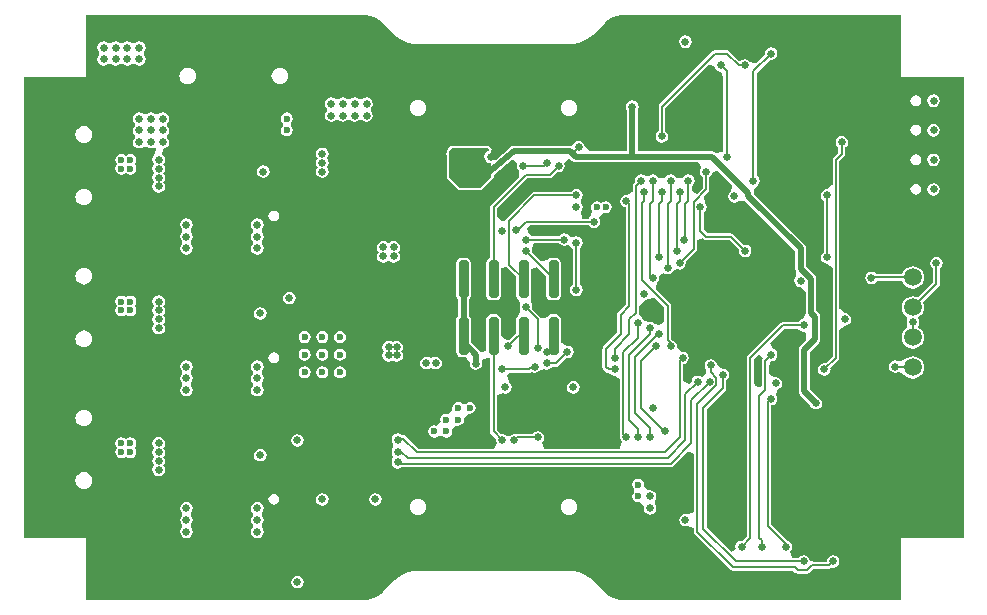
<source format=gbl>
G04*
G04 #@! TF.GenerationSoftware,Altium Limited,Altium Designer,18.0.7 (293)*
G04*
G04 Layer_Physical_Order=4*
G04 Layer_Color=16711680*
%FSLAX25Y25*%
%MOIN*%
G70*
G01*
G75*
%ADD115C,0.00610*%
G04:AMPARAMS|DCode=136|XSize=31.5mil|YSize=125.98mil|CornerRadius=7.87mil|HoleSize=0mil|Usage=FLASHONLY|Rotation=0.000|XOffset=0mil|YOffset=0mil|HoleType=Round|Shape=RoundedRectangle|*
%AMROUNDEDRECTD136*
21,1,0.03150,0.11024,0,0,0.0*
21,1,0.01575,0.12598,0,0,0.0*
1,1,0.01575,0.00787,-0.05512*
1,1,0.01575,-0.00787,-0.05512*
1,1,0.01575,-0.00787,0.05512*
1,1,0.01575,0.00787,0.05512*
%
%ADD136ROUNDEDRECTD136*%
%ADD160C,0.01968*%
%ADD164O,0.06299X0.03543*%
%ADD165C,0.02559*%
%ADD166C,0.02362*%
G04:AMPARAMS|DCode=167|XSize=59.06mil|YSize=59.06mil|CornerRadius=5.91mil|HoleSize=0mil|Usage=FLASHONLY|Rotation=270.000|XOffset=0mil|YOffset=0mil|HoleType=Round|Shape=RoundedRectangle|*
%AMROUNDEDRECTD167*
21,1,0.05906,0.04724,0,0,270.0*
21,1,0.04724,0.05906,0,0,270.0*
1,1,0.01181,-0.02362,-0.02362*
1,1,0.01181,-0.02362,0.02362*
1,1,0.01181,0.02362,0.02362*
1,1,0.01181,0.02362,-0.02362*
%
%ADD167ROUNDEDRECTD167*%
%ADD168C,0.05906*%
%ADD169C,0.20866*%
G36*
X293307Y195869D02*
Y175197D01*
X314158Y175197D01*
X314158Y23622D01*
Y21654D01*
X293307D01*
Y803D01*
X200992D01*
X200087Y803D01*
X198310Y1156D01*
X196636Y1850D01*
X195130Y2856D01*
X194489Y3497D01*
X194489Y3497D01*
X191513Y6473D01*
X190504Y7481D01*
X190488Y7492D01*
X190476Y7508D01*
X189749Y8167D01*
X189698Y8198D01*
X189656Y8240D01*
X188026Y9329D01*
X187953Y9359D01*
X187887Y9403D01*
X186076Y10154D01*
X185998Y10169D01*
X185925Y10199D01*
X184002Y10582D01*
X183943D01*
X183885Y10596D01*
X182905Y10644D01*
X182885Y10641D01*
X182866Y10645D01*
X132095Y10645D01*
X132075Y10641D01*
X132055Y10644D01*
X131075Y10596D01*
X131018Y10582D01*
X130958D01*
X129035Y10199D01*
X128962Y10169D01*
X128885Y10154D01*
X127074Y9403D01*
X127008Y9359D01*
X126935Y9329D01*
X125305Y8240D01*
X125263Y8198D01*
X125212Y8167D01*
X124485Y7508D01*
X124473Y7492D01*
X124456Y7481D01*
X120472Y3497D01*
X119831Y2856D01*
X118325Y1850D01*
X116651Y1156D01*
X114874Y803D01*
X113968Y803D01*
X21654Y803D01*
Y21654D01*
X803D01*
Y23622D01*
X803Y175197D01*
X21654Y175197D01*
X21654Y196048D01*
X102362Y196048D01*
X113968Y196047D01*
X113968Y196047D01*
X113968Y196047D01*
X114874Y196048D01*
X116651Y195694D01*
X118325Y195001D01*
X119831Y193994D01*
X120472Y193354D01*
X120472Y193354D01*
X121480Y192346D01*
X121480Y192346D01*
X124456Y189369D01*
X124473Y189358D01*
X124485Y189342D01*
X125212Y188683D01*
X125263Y188652D01*
X125305Y188610D01*
X126935Y187521D01*
X127008Y187491D01*
X127074Y187447D01*
X128885Y186697D01*
X128962Y186681D01*
X129035Y186651D01*
X130958Y186269D01*
X131018D01*
X131075Y186254D01*
X132055Y186206D01*
X132075Y186209D01*
X132095Y186205D01*
X141732D01*
X177165Y186205D01*
X182866D01*
X182885Y186209D01*
X182905Y186206D01*
X183885Y186254D01*
X183943Y186269D01*
X184002D01*
X185925Y186651D01*
X185998Y186681D01*
X186076Y186697D01*
X187887Y187447D01*
X187953Y187491D01*
X188026Y187521D01*
X189656Y188610D01*
X189698Y188652D01*
X189749Y188683D01*
X190476Y189342D01*
X190488Y189358D01*
X190504Y189369D01*
X191513Y190377D01*
X194489Y193354D01*
X195130Y193994D01*
X196636Y195001D01*
X198310Y195694D01*
X200087Y196048D01*
X200992Y196048D01*
X208661Y196048D01*
X244140D01*
X293307Y195869D01*
D02*
G37*
%LPC*%
G36*
X39370Y187147D02*
X38564Y186986D01*
X37880Y186530D01*
X36923Y186530D01*
X36239Y186986D01*
X35433Y187147D01*
X34627Y186986D01*
X33943Y186530D01*
X32986Y186530D01*
X32302Y186986D01*
X31496Y187147D01*
X30690Y186986D01*
X30006Y186530D01*
X29049Y186530D01*
X28365Y186986D01*
X27559Y187147D01*
X26753Y186986D01*
X26069Y186530D01*
X25612Y185846D01*
X25452Y185039D01*
X25612Y184233D01*
X26069Y183549D01*
X26069Y182592D01*
X25612Y181909D01*
X25452Y181102D01*
X25612Y180296D01*
X26069Y179612D01*
X26753Y179155D01*
X27559Y178995D01*
X28365Y179155D01*
X29049Y179612D01*
X30006Y179612D01*
X30690Y179155D01*
X31496Y178995D01*
X32302Y179155D01*
X32986Y179612D01*
X33943Y179612D01*
X34627Y179155D01*
X35433Y178995D01*
X36239Y179155D01*
X36923Y179612D01*
X37880Y179612D01*
X38564Y179155D01*
X39370Y178995D01*
X40176Y179155D01*
X40860Y179612D01*
X41317Y180296D01*
X41478Y181102D01*
X41317Y181909D01*
X40860Y182592D01*
X40860Y183549D01*
X41317Y184233D01*
X41478Y185039D01*
X41317Y185846D01*
X40860Y186530D01*
X40176Y186986D01*
X39370Y187147D01*
D02*
G37*
G36*
X221457Y189115D02*
X220650Y188955D01*
X219967Y188498D01*
X219510Y187814D01*
X219349Y187008D01*
X219510Y186201D01*
X219967Y185518D01*
X220650Y185061D01*
X221457Y184900D01*
X222263Y185061D01*
X222947Y185518D01*
X223404Y186201D01*
X223564Y187008D01*
X223404Y187814D01*
X222947Y188498D01*
X222263Y188955D01*
X221457Y189115D01*
D02*
G37*
G36*
X250000Y185178D02*
X249194Y185018D01*
X248510Y184561D01*
X248053Y183877D01*
X247893Y183071D01*
X247981Y182627D01*
X245129Y179775D01*
X244367Y179837D01*
X242857Y180287D01*
X242632Y180624D01*
X241948Y181081D01*
X241142Y181241D01*
X240335Y181081D01*
X239652Y180624D01*
X239294Y180589D01*
X236024Y183859D01*
X235663Y184100D01*
X235236Y184185D01*
X231299D01*
X230873Y184100D01*
X230512Y183859D01*
X212795Y166142D01*
X212554Y165781D01*
X212469Y165354D01*
Y157253D01*
X212092Y157002D01*
X211636Y156318D01*
X211475Y155512D01*
X211636Y154705D01*
X212092Y154022D01*
X212776Y153565D01*
X213583Y153404D01*
X214389Y153565D01*
X215073Y154022D01*
X215530Y154705D01*
X215690Y155512D01*
X215530Y156318D01*
X215073Y157002D01*
X214697Y157253D01*
Y164893D01*
X229245Y179441D01*
X229919Y179333D01*
X231253Y178666D01*
X231321Y178327D01*
X231778Y177644D01*
X232461Y177187D01*
X233268Y177026D01*
X234122Y175202D01*
Y150364D01*
X233746Y150112D01*
X231702Y149910D01*
X231471Y149980D01*
X231006Y150291D01*
X230315Y150428D01*
X205546D01*
Y164337D01*
X205687Y164548D01*
X205848Y165354D01*
X205687Y166161D01*
X205230Y166844D01*
X204547Y167301D01*
X203740Y167462D01*
X202934Y167301D01*
X202250Y166844D01*
X201793Y166161D01*
X201633Y165354D01*
X201793Y164548D01*
X201934Y164337D01*
Y150428D01*
X189537D01*
X187934Y151870D01*
X187774Y152676D01*
X187317Y153360D01*
X186633Y153817D01*
X185827Y153978D01*
X185020Y153817D01*
X184337Y153360D01*
X183880Y152677D01*
X183071Y152397D01*
X164370D01*
X164097Y152342D01*
X163820Y152311D01*
X163753Y152274D01*
X163679Y152259D01*
X163447Y152105D01*
X163203Y151970D01*
X158203Y147738D01*
X156319Y148194D01*
X156290Y148816D01*
X156306Y149935D01*
X156306Y149935D01*
X156389Y150019D01*
X156481Y150094D01*
Y150094D01*
X156499Y150129D01*
X156528Y150157D01*
Y150157D01*
X156573Y150266D01*
X156628Y150370D01*
X156773Y150848D01*
X156773Y150848D01*
X156785Y150966D01*
X156808Y151081D01*
X156808Y151082D01*
X156800Y151120D01*
X156804Y151160D01*
X156770Y151273D01*
X156747Y151389D01*
X156747Y151389D01*
X156725Y151422D01*
X156713Y151460D01*
X156713Y151460D01*
X156638Y151551D01*
X156573Y151649D01*
Y151649D01*
X156079Y152143D01*
X155819Y152316D01*
X155819Y152317D01*
X155512Y152378D01*
X155512Y152378D01*
X155393Y152378D01*
X155393Y152378D01*
X154906Y152378D01*
X143701D01*
X143701Y152378D01*
X143394Y152316D01*
X143133Y152143D01*
X142149Y151158D01*
X141975Y150898D01*
X141914Y150591D01*
Y150475D01*
X141847Y150374D01*
X141694Y149606D01*
X141847Y148838D01*
X141914Y148738D01*
Y141960D01*
X141914Y141960D01*
X141975Y141653D01*
X142149Y141393D01*
X142149Y141392D01*
X145708Y137834D01*
X145968Y137660D01*
X146275Y137599D01*
X153142D01*
X153449Y137660D01*
X153709Y137834D01*
X157340Y141464D01*
X157514Y141725D01*
X157575Y142032D01*
Y142475D01*
X163925Y147848D01*
X165408Y146524D01*
X165376Y146476D01*
X165215Y145669D01*
X165376Y144863D01*
X165833Y144179D01*
X165982Y142061D01*
X165937Y141922D01*
X156693Y132677D01*
X156451Y132316D01*
X156366Y131890D01*
Y114927D01*
X156078Y114869D01*
X155558Y114521D01*
X155210Y114000D01*
X155087Y113386D01*
Y102362D01*
X155210Y101748D01*
X155558Y101227D01*
X156078Y100879D01*
X156693Y100757D01*
X158268D01*
X158882Y100879D01*
X159403Y101227D01*
X159751Y101748D01*
X159873Y102362D01*
Y111609D01*
X160044Y111677D01*
X161829Y111937D01*
X161842Y111937D01*
X165087Y108692D01*
Y102362D01*
X165209Y101748D01*
X165542Y101251D01*
X165558Y101227D01*
X166045Y100449D01*
X166167Y99977D01*
X166280Y98831D01*
X166200Y98425D01*
X166280Y98019D01*
X166167Y96874D01*
X166045Y96401D01*
X165558Y95624D01*
X165542Y95600D01*
X165209Y95103D01*
X165087Y94488D01*
Y89849D01*
X164960Y89764D01*
X162845Y87649D01*
X162402Y87737D01*
X161842Y87626D01*
X161274Y87804D01*
X159873Y88794D01*
Y94488D01*
X159751Y95103D01*
X159403Y95624D01*
X158882Y95972D01*
X158268Y96094D01*
X156693D01*
X156078Y95972D01*
X155558Y95624D01*
X155210Y95103D01*
X155087Y94488D01*
Y84692D01*
X155087Y84085D01*
D01*
X155087Y84497D01*
X154998Y84059D01*
X153318Y83571D01*
X153106Y83702D01*
X152852Y83955D01*
X152704Y84103D01*
X149873Y86933D01*
Y94488D01*
X149751Y95103D01*
X149403Y95624D01*
X149287Y95701D01*
Y101149D01*
X149403Y101227D01*
X149751Y101748D01*
X149873Y102362D01*
Y113386D01*
X149751Y114000D01*
X149403Y114521D01*
X148882Y114869D01*
X148268Y114991D01*
X146693D01*
X146078Y114869D01*
X145557Y114521D01*
X145210Y114000D01*
X145087Y113386D01*
Y102362D01*
X145210Y101748D01*
X145557Y101227D01*
X145674Y101149D01*
Y95701D01*
X145557Y95624D01*
X145210Y95103D01*
X145087Y94488D01*
Y83465D01*
X145210Y82850D01*
X145557Y82329D01*
X146078Y81981D01*
X146693Y81859D01*
X148168D01*
X148758Y81322D01*
X149573Y80256D01*
X149467Y79724D01*
X149628Y78918D01*
X150085Y78234D01*
X150768Y77777D01*
X151575Y77617D01*
X152381Y77777D01*
X153065Y78234D01*
X153522Y78918D01*
X153682Y79724D01*
X153522Y80531D01*
X153653Y81047D01*
X155879Y81820D01*
X156366Y81447D01*
Y57087D01*
X156451Y56660D01*
X156693Y56299D01*
X158414Y54578D01*
X158326Y54134D01*
X158486Y53327D01*
X158518Y53279D01*
X157679Y51344D01*
X157646Y51311D01*
X132351D01*
X128150Y55512D01*
X127788Y55753D01*
X127362Y55838D01*
X127055D01*
X126397Y56278D01*
X125591Y56438D01*
X124784Y56278D01*
X124100Y55821D01*
X123644Y55137D01*
X123483Y54331D01*
X123644Y53524D01*
X124100Y52841D01*
X124100Y51884D01*
X123643Y51200D01*
X123643Y51200D01*
X123601Y50987D01*
X123483Y50394D01*
X123643Y49587D01*
X123997Y48622D01*
X123644Y47657D01*
X123483Y46850D01*
X123644Y46044D01*
X124100Y45360D01*
X124784Y44903D01*
X125591Y44743D01*
X126397Y44903D01*
X126760Y45146D01*
X216535D01*
X216962Y45231D01*
X217323Y45472D01*
X222311Y50460D01*
X224280Y49645D01*
Y30346D01*
X224246Y30313D01*
X222311Y29474D01*
X222263Y29506D01*
X221457Y29667D01*
X220650Y29506D01*
X219967Y29049D01*
X219510Y28365D01*
X219349Y27559D01*
X219510Y26753D01*
X219967Y26069D01*
X220650Y25612D01*
X221457Y25452D01*
X222263Y25612D01*
X222311Y25644D01*
X224246Y24805D01*
X224280Y24772D01*
Y23622D01*
X224365Y23196D01*
X224606Y22834D01*
X236417Y11023D01*
X236778Y10782D01*
X237205Y10697D01*
X257413D01*
X258071Y10039D01*
X258432Y9798D01*
X258858Y9713D01*
X261811D01*
X262237Y9798D01*
X262599Y10039D01*
X263964Y11404D01*
X269408D01*
X269834Y11489D01*
X270195Y11730D01*
X270226Y11760D01*
X270669Y11672D01*
X271476Y11833D01*
X272160Y12289D01*
X272616Y12973D01*
X272777Y13780D01*
X272616Y14586D01*
X272160Y15270D01*
X271476Y15726D01*
X270669Y15887D01*
X269863Y15726D01*
X269179Y15270D01*
X268722Y14586D01*
X268562Y13780D01*
X268441Y13632D01*
X264818D01*
X263010Y13774D01*
X262774Y14586D01*
X262317Y15270D01*
X261633Y15726D01*
X260827Y15887D01*
X260020Y15726D01*
X259337Y15270D01*
X259085Y14894D01*
X257131D01*
X256912Y15211D01*
X256411Y17211D01*
X256868Y17894D01*
X257029Y18701D01*
X256868Y19507D01*
X256411Y20191D01*
X255728Y20648D01*
X255486Y20696D01*
X250130Y26052D01*
Y65832D01*
X250806Y65966D01*
X251490Y66423D01*
X251947Y67107D01*
X252107Y67913D01*
X251947Y68720D01*
X251649Y69166D01*
X251967Y70343D01*
X252387Y71172D01*
X252443Y71183D01*
X253127Y71640D01*
X253583Y72324D01*
X253744Y73130D01*
X253583Y73936D01*
X253127Y74620D01*
X252443Y75077D01*
X251636Y75237D01*
X251114Y75133D01*
X250313Y75458D01*
X249145Y76319D01*
Y78745D01*
X250000Y80570D01*
X250806Y80730D01*
X251490Y81187D01*
X251947Y81871D01*
X252107Y82677D01*
X251947Y83484D01*
X251490Y84167D01*
X250806Y84624D01*
X250468Y84692D01*
X249801Y86026D01*
X249693Y86700D01*
X254398Y91406D01*
X259085D01*
X259337Y91030D01*
X260020Y90573D01*
X260827Y90412D01*
X261480Y89982D01*
X261797Y87580D01*
X259746Y85529D01*
X259355Y84943D01*
X259217Y84252D01*
Y70472D01*
X259355Y69781D01*
X259746Y69195D01*
X262964Y65977D01*
X263014Y65729D01*
X263471Y65045D01*
X264154Y64588D01*
X264961Y64428D01*
X265767Y64588D01*
X266451Y65045D01*
X266908Y65729D01*
X267068Y66535D01*
X266908Y67342D01*
X266451Y68026D01*
X265767Y68482D01*
X265519Y68532D01*
X262830Y71221D01*
Y83504D01*
X265844Y86518D01*
X266236Y87104D01*
X266373Y87795D01*
Y95276D01*
X266236Y95967D01*
X265844Y96553D01*
X265096Y97301D01*
Y107901D01*
X264959Y108592D01*
X264567Y109178D01*
X261649Y112096D01*
Y118110D01*
X261511Y118801D01*
X261120Y119387D01*
X244228Y136280D01*
Y136516D01*
X244177Y136770D01*
X244156Y137259D01*
X244282Y137519D01*
X245182Y138989D01*
X245585Y139258D01*
X246041Y139942D01*
X246202Y140748D01*
X246041Y141554D01*
X245585Y142238D01*
X245208Y142490D01*
Y176704D01*
X249556Y181052D01*
X250000Y180963D01*
X250806Y181124D01*
X251490Y181581D01*
X251947Y182264D01*
X252107Y183071D01*
X251947Y183877D01*
X251490Y184561D01*
X250806Y185018D01*
X250000Y185178D01*
D02*
G37*
G36*
X86221Y178370D02*
X85501Y178276D01*
X84831Y177998D01*
X84255Y177556D01*
X83813Y176980D01*
X83535Y176310D01*
X83441Y175591D01*
X83535Y174871D01*
X83813Y174201D01*
X84255Y173625D01*
X84831Y173183D01*
X85501Y172906D01*
X86221Y172811D01*
X86940Y172906D01*
X87610Y173183D01*
X88186Y173625D01*
X88628Y174201D01*
X88905Y174871D01*
X89000Y175591D01*
X88905Y176310D01*
X88628Y176980D01*
X88186Y177556D01*
X87610Y177998D01*
X86940Y178276D01*
X86221Y178370D01*
D02*
G37*
G36*
X55512D02*
X54792Y178276D01*
X54122Y177998D01*
X53546Y177556D01*
X53105Y176980D01*
X52827Y176310D01*
X52732Y175591D01*
X52827Y174871D01*
X53105Y174201D01*
X53546Y173625D01*
X54122Y173183D01*
X54792Y172906D01*
X55512Y172811D01*
X56231Y172906D01*
X56902Y173183D01*
X57477Y173625D01*
X57919Y174201D01*
X58197Y174871D01*
X58292Y175591D01*
X58197Y176310D01*
X57919Y176980D01*
X57477Y177556D01*
X56902Y177998D01*
X56231Y178276D01*
X55512Y178370D01*
D02*
G37*
G36*
X115157Y168446D02*
X114351Y168286D01*
X113667Y167829D01*
X112711Y167829D01*
X112027Y168286D01*
X111221Y168446D01*
X110414Y168286D01*
X109730Y167829D01*
X108774Y167829D01*
X108090Y168286D01*
X107283Y168446D01*
X106477Y168286D01*
X105793Y167829D01*
X104837Y167829D01*
X104153Y168286D01*
X103347Y168446D01*
X102540Y168286D01*
X101856Y167829D01*
X101400Y167145D01*
X101239Y166339D01*
X101400Y165532D01*
X101856Y164848D01*
X101856Y163892D01*
X101400Y163208D01*
X101239Y162402D01*
X101400Y161595D01*
X101856Y160911D01*
X102540Y160455D01*
X103347Y160294D01*
X104153Y160455D01*
X104837Y160911D01*
X105793Y160911D01*
X106477Y160455D01*
X107283Y160294D01*
X108090Y160455D01*
X108774Y160911D01*
X109730Y160911D01*
X110414Y160455D01*
X111221Y160294D01*
X112027Y160455D01*
X112711Y160911D01*
X113667Y160911D01*
X114351Y160455D01*
X115157Y160294D01*
X115964Y160455D01*
X116648Y160911D01*
X117104Y161595D01*
X117265Y162402D01*
X117104Y163208D01*
X117104Y163208D01*
X116648Y163892D01*
X116648Y164848D01*
X117104Y165532D01*
X117104Y165532D01*
X117147Y165745D01*
X117265Y166339D01*
X117104Y167145D01*
X116648Y167829D01*
X115964Y168286D01*
X115157Y168446D01*
D02*
G37*
G36*
X298228Y169129D02*
X297537Y168992D01*
X296951Y168600D01*
X296560Y168014D01*
X296422Y167323D01*
X296560Y166632D01*
X296951Y166045D01*
X297537Y165654D01*
X298228Y165516D01*
X298920Y165654D01*
X299506Y166045D01*
X299897Y166632D01*
X300035Y167323D01*
X299897Y168014D01*
X299506Y168600D01*
X298920Y168992D01*
X298228Y169129D01*
D02*
G37*
G36*
X304134Y169430D02*
X303327Y169270D01*
X302644Y168813D01*
X302187Y168129D01*
X302026Y167323D01*
X302187Y166516D01*
X302644Y165833D01*
X303327Y165376D01*
X304134Y165215D01*
X304940Y165376D01*
X305624Y165833D01*
X306081Y166516D01*
X306241Y167323D01*
X306081Y168129D01*
X305624Y168813D01*
X304940Y169270D01*
X304134Y169430D01*
D02*
G37*
G36*
X47244Y163525D02*
X46438Y163364D01*
X45754Y162908D01*
X44797Y162908D01*
X44113Y163364D01*
X43307Y163525D01*
X42501Y163364D01*
X41817Y162908D01*
X40860Y162908D01*
X40176Y163364D01*
X39370Y163525D01*
X38564Y163364D01*
X37880Y162908D01*
X37423Y162224D01*
X37263Y161417D01*
X37423Y160611D01*
X37423Y160611D01*
X37880Y159927D01*
X37880Y158970D01*
X37423Y158287D01*
X37423Y158287D01*
X37381Y158073D01*
X37263Y157480D01*
X37423Y156674D01*
X37880Y155990D01*
X37880Y155034D01*
X37423Y154350D01*
X37263Y153543D01*
X37423Y152737D01*
X37880Y152053D01*
X38564Y151596D01*
X39370Y151436D01*
X40176Y151596D01*
X40860Y152053D01*
X41817Y152053D01*
X42501Y151596D01*
X43307Y151436D01*
X44114Y151596D01*
X44467Y151832D01*
X44958Y151612D01*
X45078Y151079D01*
X44429Y149163D01*
X44376Y149128D01*
X43919Y148444D01*
X43759Y147638D01*
X43919Y146831D01*
X44367Y146161D01*
X43919Y145492D01*
X43759Y144685D01*
X43919Y143879D01*
X44367Y143209D01*
X43919Y142539D01*
X43759Y141732D01*
X43919Y140926D01*
X44367Y140256D01*
X43919Y139586D01*
X43759Y138779D01*
X43919Y137973D01*
X44376Y137289D01*
X45060Y136832D01*
X45866Y136672D01*
X46673Y136832D01*
X47356Y137289D01*
X47813Y137973D01*
X47974Y138779D01*
X47813Y139586D01*
X47365Y140256D01*
X47813Y140926D01*
X47974Y141732D01*
X47813Y142539D01*
X47365Y143209D01*
X47813Y143879D01*
X47974Y144685D01*
X47813Y145492D01*
X47365Y146161D01*
X47813Y146831D01*
X47974Y147638D01*
X47813Y148444D01*
X47356Y149128D01*
X47356Y149128D01*
X47080Y149500D01*
X47698Y151489D01*
X48051Y151596D01*
X48734Y152053D01*
X49191Y152737D01*
X49352Y153543D01*
X49191Y154350D01*
X48734Y155034D01*
X48734Y155990D01*
X49191Y156674D01*
X49352Y157480D01*
X49191Y158287D01*
X48734Y158970D01*
X48734Y159927D01*
X49191Y160611D01*
X49352Y161417D01*
X49191Y162224D01*
X48734Y162908D01*
X48051Y163364D01*
X47244Y163525D01*
D02*
G37*
G36*
X182677Y167740D02*
X181958Y167646D01*
X181287Y167368D01*
X180712Y166926D01*
X180270Y166350D01*
X179992Y165680D01*
X179897Y164961D01*
X179992Y164241D01*
X180270Y163571D01*
X180712Y162995D01*
X181287Y162553D01*
X181958Y162276D01*
X182677Y162181D01*
X183397Y162276D01*
X184067Y162553D01*
X184643Y162995D01*
X185084Y163571D01*
X185362Y164241D01*
X185457Y164961D01*
X185362Y165680D01*
X185084Y166350D01*
X184643Y166926D01*
X184067Y167368D01*
X183397Y167646D01*
X182677Y167740D01*
D02*
G37*
G36*
X132283D02*
X131564Y167646D01*
X130894Y167368D01*
X130318Y166926D01*
X129876Y166350D01*
X129598Y165680D01*
X129504Y164961D01*
X129598Y164241D01*
X129876Y163571D01*
X130318Y162995D01*
X130894Y162553D01*
X131564Y162276D01*
X132283Y162181D01*
X133003Y162276D01*
X133673Y162553D01*
X134249Y162995D01*
X134691Y163571D01*
X134968Y164241D01*
X135063Y164961D01*
X134968Y165680D01*
X134691Y166350D01*
X134249Y166926D01*
X133673Y167368D01*
X133003Y167646D01*
X132283Y167740D01*
D02*
G37*
G36*
X298228Y159287D02*
X297537Y159149D01*
X296951Y158758D01*
X296560Y158172D01*
X296422Y157480D01*
X296560Y156789D01*
X296951Y156203D01*
X297537Y155811D01*
X298228Y155674D01*
X298920Y155811D01*
X299506Y156203D01*
X299897Y156789D01*
X300035Y157480D01*
X299897Y158172D01*
X299506Y158758D01*
X298920Y159149D01*
X298228Y159287D01*
D02*
G37*
G36*
X88583Y163424D02*
X87815Y163272D01*
X87164Y162837D01*
X86728Y162185D01*
X86576Y161417D01*
X86728Y160649D01*
X87164Y159998D01*
X87164Y158899D01*
X87060Y158745D01*
X86728Y158248D01*
X86576Y157480D01*
X86728Y156712D01*
X87164Y156061D01*
X87815Y155626D01*
X88583Y155473D01*
X89351Y155626D01*
X90002Y156061D01*
X90437Y156712D01*
X90590Y157480D01*
X90437Y158248D01*
X90002Y158899D01*
X90002Y159998D01*
X90105Y160153D01*
X90437Y160649D01*
X90590Y161417D01*
X90437Y162185D01*
X90002Y162837D01*
X89351Y163272D01*
X88583Y163424D01*
D02*
G37*
G36*
X304134Y159588D02*
X303327Y159427D01*
X302644Y158970D01*
X302187Y158287D01*
X302026Y157480D01*
X302187Y156674D01*
X302644Y155990D01*
X303327Y155533D01*
X304134Y155373D01*
X304940Y155533D01*
X305624Y155990D01*
X306081Y156674D01*
X306241Y157480D01*
X306081Y158287D01*
X305624Y158970D01*
X304940Y159427D01*
X304134Y159588D01*
D02*
G37*
G36*
X20866Y158882D02*
X20147Y158787D01*
X19476Y158510D01*
X18901Y158068D01*
X18459Y157492D01*
X18181Y156822D01*
X18087Y156102D01*
X18181Y155383D01*
X18459Y154712D01*
X18901Y154137D01*
X19476Y153695D01*
X20147Y153417D01*
X20866Y153323D01*
X21586Y153417D01*
X22256Y153695D01*
X22832Y154137D01*
X23273Y154712D01*
X23551Y155383D01*
X23646Y156102D01*
X23551Y156822D01*
X23273Y157492D01*
X22832Y158068D01*
X22256Y158510D01*
X21586Y158787D01*
X20866Y158882D01*
D02*
G37*
G36*
X36417Y149645D02*
X35649Y149492D01*
X34998Y149057D01*
X34884D01*
X34233Y149492D01*
X33465Y149645D01*
X32697Y149492D01*
X32045Y149057D01*
X31610Y148406D01*
X31457Y147638D01*
X31610Y146870D01*
X32013Y146161D01*
X31610Y145453D01*
X31457Y144685D01*
X31610Y143917D01*
X32045Y143266D01*
X32697Y142831D01*
X33465Y142678D01*
X34233Y142831D01*
X34884Y143266D01*
X34998D01*
X35649Y142831D01*
X36417Y142678D01*
X37185Y142831D01*
X37837Y143266D01*
X38272Y143917D01*
X38424Y144685D01*
X38272Y145453D01*
X37837Y146104D01*
Y146219D01*
X38272Y146870D01*
X38424Y147638D01*
X38272Y148406D01*
X37837Y149057D01*
X37185Y149492D01*
X36417Y149645D01*
D02*
G37*
G36*
X298228Y149444D02*
X297537Y149307D01*
X296951Y148915D01*
X296560Y148329D01*
X296422Y147638D01*
X296560Y146947D01*
X296951Y146361D01*
X297537Y145969D01*
X298228Y145831D01*
X298920Y145969D01*
X299506Y146361D01*
X299897Y146947D01*
X300035Y147638D01*
X299897Y148329D01*
X299506Y148915D01*
X298920Y149307D01*
X298228Y149444D01*
D02*
G37*
G36*
X304134Y149745D02*
X303327Y149585D01*
X302644Y149128D01*
X302187Y148444D01*
X302026Y147638D01*
X302187Y146831D01*
X302644Y146148D01*
X303327Y145691D01*
X304134Y145530D01*
X304940Y145691D01*
X305624Y146148D01*
X306081Y146831D01*
X306241Y147638D01*
X306081Y148444D01*
X305624Y149128D01*
X304940Y149585D01*
X304134Y149745D01*
D02*
G37*
G36*
X80709Y145808D02*
X79902Y145648D01*
X79219Y145191D01*
X78762Y144507D01*
X78601Y143701D01*
X78762Y142894D01*
X79219Y142211D01*
X79902Y141754D01*
X80709Y141593D01*
X81515Y141754D01*
X82199Y142211D01*
X82656Y142894D01*
X82816Y143701D01*
X82656Y144507D01*
X82199Y145191D01*
X81515Y145648D01*
X80709Y145808D01*
D02*
G37*
G36*
X100394Y151714D02*
X99587Y151553D01*
X98904Y151096D01*
X98447Y150413D01*
X98286Y149606D01*
X98447Y148800D01*
X98894Y148130D01*
X98447Y147460D01*
X98286Y146653D01*
X98447Y145847D01*
X98894Y145177D01*
X98447Y144507D01*
X98286Y143701D01*
X98447Y142894D01*
X98904Y142211D01*
X99587Y141754D01*
X100394Y141593D01*
X101200Y141754D01*
X101884Y142211D01*
X102341Y142894D01*
X102501Y143701D01*
X102341Y144507D01*
X101893Y145177D01*
X102341Y145847D01*
X102501Y146653D01*
X102341Y147460D01*
X101893Y148130D01*
X102341Y148800D01*
X102501Y149606D01*
X102341Y150413D01*
X101884Y151096D01*
X101200Y151553D01*
X100394Y151714D01*
D02*
G37*
G36*
X298228Y139602D02*
X297537Y139464D01*
X296951Y139073D01*
X296560Y138487D01*
X296422Y137795D01*
X296560Y137104D01*
X296951Y136518D01*
X297537Y136126D01*
X298228Y135989D01*
X298920Y136126D01*
X299506Y136518D01*
X299897Y137104D01*
X300035Y137795D01*
X299897Y138487D01*
X299506Y139073D01*
X298920Y139464D01*
X298228Y139602D01*
D02*
G37*
G36*
X304134Y139903D02*
X303327Y139742D01*
X302644Y139285D01*
X302187Y138602D01*
X302026Y137795D01*
X302187Y136989D01*
X302644Y136305D01*
X303327Y135848D01*
X304134Y135688D01*
X304940Y135848D01*
X305624Y136305D01*
X306081Y136989D01*
X306241Y137795D01*
X306081Y138602D01*
X305624Y139285D01*
X304940Y139742D01*
X304134Y139903D01*
D02*
G37*
G36*
X20866Y138016D02*
X20147Y137921D01*
X19476Y137644D01*
X18901Y137202D01*
X18459Y136626D01*
X18181Y135956D01*
X18087Y135236D01*
X18181Y134517D01*
X18459Y133846D01*
X18901Y133271D01*
X19476Y132829D01*
X20147Y132551D01*
X20866Y132457D01*
X21586Y132551D01*
X22256Y132829D01*
X22832Y133271D01*
X23273Y133846D01*
X23551Y134517D01*
X23646Y135236D01*
X23551Y135956D01*
X23273Y136626D01*
X22832Y137202D01*
X22256Y137644D01*
X21586Y137921D01*
X20866Y138016D01*
D02*
G37*
G36*
X84252Y130743D02*
X83561Y130606D01*
X82975Y130214D01*
X82583Y129628D01*
X82446Y128937D01*
X82583Y128246D01*
X82975Y127660D01*
X83561Y127268D01*
X84252Y127131D01*
X84943Y127268D01*
X85529Y127660D01*
X85921Y128246D01*
X86058Y128937D01*
X85921Y129628D01*
X85529Y130214D01*
X84943Y130606D01*
X84252Y130743D01*
D02*
G37*
G36*
X124228Y120627D02*
X123422Y120467D01*
X122738Y120010D01*
X122219D01*
X121535Y120467D01*
X120728Y120627D01*
X119922Y120467D01*
X119238Y120010D01*
X118781Y119326D01*
X118621Y118520D01*
X118781Y117713D01*
X119232Y117020D01*
X118781Y116326D01*
X118621Y115520D01*
X118781Y114713D01*
X119238Y114030D01*
X119922Y113573D01*
X120728Y113412D01*
X121535Y113573D01*
X122219Y114030D01*
X122738D01*
X123422Y113573D01*
X124228Y113412D01*
X125035Y113573D01*
X125718Y114030D01*
X126175Y114713D01*
X126336Y115520D01*
X126175Y116326D01*
X125725Y117020D01*
X126175Y117713D01*
X126336Y118520D01*
X126175Y119326D01*
X125718Y120010D01*
X125035Y120467D01*
X124228Y120627D01*
D02*
G37*
G36*
X78740Y128092D02*
X77934Y127931D01*
X77250Y127474D01*
X76793Y126791D01*
X76633Y125984D01*
X76793Y125178D01*
X77250Y124494D01*
X77250Y123537D01*
X76793Y122854D01*
X76633Y122047D01*
X76793Y121241D01*
X77250Y120557D01*
X77250Y119600D01*
X76793Y118917D01*
X76633Y118110D01*
X76793Y117304D01*
X77250Y116620D01*
X77934Y116163D01*
X78740Y116003D01*
X79547Y116163D01*
X80230Y116620D01*
X80687Y117304D01*
X80848Y118110D01*
X80687Y118917D01*
X80230Y119600D01*
X80230Y120557D01*
X80687Y121241D01*
X80848Y122047D01*
X80687Y122854D01*
X80230Y123537D01*
X80230Y124494D01*
X80687Y125178D01*
X80848Y125984D01*
X80687Y126791D01*
X80230Y127474D01*
X79547Y127931D01*
X78740Y128092D01*
D02*
G37*
G36*
X55118D02*
X54312Y127931D01*
X53628Y127474D01*
X53171Y126791D01*
X53011Y125984D01*
X53171Y125178D01*
X53628Y124494D01*
X53628Y123537D01*
X53171Y122854D01*
X53011Y122047D01*
X53171Y121241D01*
X53628Y120557D01*
X53628Y119600D01*
X53171Y118917D01*
X53011Y118110D01*
X53171Y117304D01*
X53628Y116620D01*
X54312Y116163D01*
X55118Y116003D01*
X55925Y116163D01*
X56608Y116620D01*
X57065Y117304D01*
X57226Y118110D01*
X57065Y118917D01*
X56608Y119600D01*
X56608Y120557D01*
X57065Y121241D01*
X57226Y122047D01*
X57065Y122854D01*
X56608Y123537D01*
X56608Y124494D01*
X57065Y125178D01*
X57226Y125984D01*
X57065Y126791D01*
X56608Y127474D01*
X55925Y127931D01*
X55118Y128092D01*
D02*
G37*
G36*
X297244Y112198D02*
X296268Y112069D01*
X295358Y111692D01*
X294577Y111093D01*
X293977Y110311D01*
X293657Y109539D01*
X285101D01*
X284955Y109758D01*
X284271Y110215D01*
X283465Y110375D01*
X282658Y110215D01*
X281974Y109758D01*
X281518Y109074D01*
X281357Y108268D01*
X281518Y107461D01*
X281974Y106778D01*
X282658Y106321D01*
X283465Y106160D01*
X284271Y106321D01*
X284955Y106778D01*
X285311Y107311D01*
X293657D01*
X293977Y106539D01*
X294577Y105758D01*
X295358Y105158D01*
X296268Y104781D01*
X297244Y104653D01*
X298220Y104781D01*
X299130Y105158D01*
X299912Y105758D01*
X300511Y106539D01*
X300888Y107449D01*
X301016Y108425D01*
X300888Y109402D01*
X300511Y110311D01*
X299912Y111093D01*
X299130Y111692D01*
X298220Y112069D01*
X297244Y112198D01*
D02*
G37*
G36*
X20866Y111638D02*
X20147Y111543D01*
X19476Y111266D01*
X18901Y110824D01*
X18459Y110248D01*
X18181Y109578D01*
X18087Y108858D01*
X18181Y108139D01*
X18459Y107468D01*
X18901Y106893D01*
X19476Y106451D01*
X20147Y106173D01*
X20866Y106079D01*
X21586Y106173D01*
X22256Y106451D01*
X22832Y106893D01*
X23273Y107468D01*
X23551Y108139D01*
X23646Y108858D01*
X23551Y109578D01*
X23273Y110248D01*
X22832Y110824D01*
X22256Y111266D01*
X21586Y111543D01*
X20866Y111638D01*
D02*
G37*
G36*
X36417Y102401D02*
X35649Y102248D01*
X34998Y101813D01*
X34884D01*
X34233Y102248D01*
X33465Y102401D01*
X32697Y102248D01*
X32045Y101813D01*
X31610Y101162D01*
X31457Y100394D01*
X31610Y99626D01*
X32045Y98975D01*
Y98860D01*
X31610Y98209D01*
X31457Y97441D01*
X31610Y96673D01*
X32045Y96022D01*
X32697Y95587D01*
X33465Y95434D01*
X34233Y95587D01*
X34884Y96022D01*
X34998D01*
X35649Y95587D01*
X36417Y95434D01*
X37185Y95587D01*
X37837Y96022D01*
X38272Y96673D01*
X38424Y97441D01*
X38272Y98209D01*
X37869Y98917D01*
X38272Y99626D01*
X38424Y100394D01*
X38272Y101162D01*
X37837Y101813D01*
X37185Y102248D01*
X36417Y102401D01*
D02*
G37*
G36*
X305118Y115296D02*
X304312Y115136D01*
X303628Y114679D01*
X303171Y113996D01*
X303011Y113189D01*
X303171Y112382D01*
X303628Y111699D01*
X304004Y111447D01*
Y106761D01*
X298993Y101749D01*
X298220Y102069D01*
X297244Y102198D01*
X296268Y102069D01*
X295358Y101692D01*
X294577Y101093D01*
X293977Y100311D01*
X293600Y99402D01*
X293472Y98425D01*
X293600Y97449D01*
X293977Y96539D01*
X294577Y95758D01*
X294577Y95758D01*
X295358Y95158D01*
X295297Y94310D01*
X295137Y93504D01*
X295297Y92698D01*
X295357Y91703D01*
X294577Y91093D01*
X293977Y90311D01*
X293600Y89402D01*
X293472Y88425D01*
X293600Y87449D01*
X293977Y86539D01*
X294577Y85758D01*
X295358Y85158D01*
X296268Y84781D01*
X297244Y84653D01*
X298220Y84781D01*
X299130Y85158D01*
X299912Y85758D01*
X300511Y86539D01*
X300888Y87449D01*
X301016Y88425D01*
X300888Y89402D01*
X300511Y90311D01*
X299912Y91093D01*
X299131Y91703D01*
X299191Y92698D01*
X299352Y93504D01*
X299191Y94310D01*
X299130Y95158D01*
X299911Y95758D01*
X299912Y95758D01*
X300179Y96106D01*
X300511Y96539D01*
X300888Y97449D01*
X301016Y98425D01*
X300888Y99402D01*
X300568Y100174D01*
X305906Y105512D01*
X306147Y105873D01*
X306232Y106299D01*
Y111447D01*
X306608Y111699D01*
X307065Y112382D01*
X307225Y113189D01*
X307065Y113996D01*
X306608Y114679D01*
X305925Y115136D01*
X305118Y115296D01*
D02*
G37*
G36*
X89370Y103682D02*
X88564Y103522D01*
X87880Y103065D01*
X87423Y102381D01*
X87263Y101575D01*
X87423Y100768D01*
X87880Y100085D01*
X88564Y99628D01*
X89370Y99467D01*
X90176Y99628D01*
X90860Y100085D01*
X91317Y100768D01*
X91478Y101575D01*
X91317Y102381D01*
X90860Y103065D01*
X90176Y103522D01*
X89370Y103682D01*
D02*
G37*
G36*
X79724Y98564D02*
X78918Y98404D01*
X78234Y97947D01*
X77777Y97263D01*
X77617Y96457D01*
X77777Y95650D01*
X78234Y94967D01*
X78918Y94510D01*
X79724Y94349D01*
X80531Y94510D01*
X81215Y94967D01*
X81671Y95650D01*
X81832Y96457D01*
X81671Y97263D01*
X81215Y97947D01*
X80531Y98404D01*
X79724Y98564D01*
D02*
G37*
G36*
X45866Y102501D02*
X45060Y102341D01*
X44376Y101884D01*
X43919Y101200D01*
X43759Y100394D01*
X43919Y99587D01*
X44367Y98917D01*
X43919Y98247D01*
X43759Y97441D01*
X43919Y96635D01*
X44367Y95965D01*
X43919Y95295D01*
X43759Y94488D01*
X43919Y93682D01*
X44367Y93012D01*
X43919Y92342D01*
X43759Y91535D01*
X43919Y90729D01*
X44376Y90045D01*
X45060Y89588D01*
X45866Y89428D01*
X46673Y89588D01*
X47356Y90045D01*
X47813Y90729D01*
X47974Y91535D01*
X47813Y92342D01*
X47365Y93012D01*
X47813Y93682D01*
X47974Y94488D01*
X47813Y95295D01*
X47365Y95965D01*
X47813Y96635D01*
X47974Y97441D01*
X47813Y98247D01*
X47365Y98917D01*
X47813Y99587D01*
X47974Y100394D01*
X47813Y101200D01*
X47356Y101884D01*
X46673Y102341D01*
X45866Y102501D01*
D02*
G37*
G36*
X125224Y87304D02*
X124418Y87144D01*
X123846Y86762D01*
X123275Y87144D01*
X122468Y87304D01*
X121662Y87144D01*
X120978Y86687D01*
X120521Y86003D01*
X120361Y85197D01*
X120521Y84390D01*
X120903Y83819D01*
X120521Y83247D01*
X120361Y82441D01*
X120521Y81634D01*
X120978Y80951D01*
X121662Y80494D01*
X122468Y80334D01*
X123275Y80494D01*
X123846Y80876D01*
X124418Y80494D01*
X125224Y80334D01*
X126031Y80494D01*
X126715Y80951D01*
X127171Y81634D01*
X127332Y82441D01*
X127171Y83247D01*
X126790Y83819D01*
X127171Y84390D01*
X127332Y85197D01*
X127171Y86003D01*
X126715Y86687D01*
X126031Y87144D01*
X125224Y87304D01*
D02*
G37*
G36*
X106299Y90590D02*
X105531Y90437D01*
X104880Y90002D01*
X104445Y89351D01*
X104292Y88583D01*
X104445Y87815D01*
X104880Y87164D01*
X105531Y86728D01*
X106299Y86576D01*
X107067Y86728D01*
X107718Y87164D01*
X108153Y87815D01*
X108306Y88583D01*
X108153Y89351D01*
X107718Y90002D01*
X107067Y90437D01*
X106299Y90590D01*
D02*
G37*
G36*
X100394D02*
X99626Y90437D01*
X98975Y90002D01*
X98539Y89351D01*
X98387Y88583D01*
X98539Y87815D01*
X98975Y87164D01*
X99626Y86728D01*
X100394Y86576D01*
X101162Y86728D01*
X101813Y87164D01*
X102248Y87815D01*
X102401Y88583D01*
X102248Y89351D01*
X101813Y90002D01*
X101162Y90437D01*
X100394Y90590D01*
D02*
G37*
G36*
X94488D02*
X93720Y90437D01*
X93069Y90002D01*
X92634Y89351D01*
X92481Y88583D01*
X92634Y87815D01*
X93069Y87164D01*
X93720Y86728D01*
X94488Y86576D01*
X95256Y86728D01*
X95907Y87164D01*
X96342Y87815D01*
X96495Y88583D01*
X96342Y89351D01*
X95907Y90002D01*
X95256Y90437D01*
X94488Y90590D01*
D02*
G37*
G36*
X20866Y90772D02*
X20147Y90677D01*
X19476Y90399D01*
X18901Y89958D01*
X18459Y89382D01*
X18181Y88712D01*
X18087Y87992D01*
X18181Y87273D01*
X18459Y86602D01*
X18901Y86027D01*
X19476Y85585D01*
X20147Y85307D01*
X20866Y85212D01*
X21586Y85307D01*
X22256Y85585D01*
X22832Y86027D01*
X23273Y86602D01*
X23551Y87273D01*
X23646Y87992D01*
X23551Y88712D01*
X23273Y89382D01*
X22832Y89958D01*
X22256Y90399D01*
X21586Y90677D01*
X20866Y90772D01*
D02*
G37*
G36*
X138189Y82029D02*
X137382Y81868D01*
X136614Y81457D01*
X135846Y81868D01*
X135039Y82029D01*
X134233Y81868D01*
X133549Y81411D01*
X133092Y80728D01*
X132932Y79921D01*
X133092Y79115D01*
X133549Y78431D01*
X134233Y77974D01*
X135039Y77814D01*
X135846Y77974D01*
X136614Y78386D01*
X137382Y77974D01*
X138189Y77814D01*
X138996Y77974D01*
X139679Y78431D01*
X140136Y79115D01*
X140296Y79921D01*
X140136Y80728D01*
X139679Y81411D01*
X138996Y81868D01*
X138189Y82029D01*
D02*
G37*
G36*
X106299Y84684D02*
X105531Y84531D01*
X104880Y84096D01*
X104445Y83445D01*
X104292Y82677D01*
X104445Y81909D01*
X104880Y81258D01*
X105531Y80823D01*
X106299Y80670D01*
X107067Y80823D01*
X107718Y81258D01*
X108153Y81909D01*
X108306Y82677D01*
X108153Y83445D01*
X107718Y84096D01*
X107067Y84531D01*
X106299Y84684D01*
D02*
G37*
G36*
X100394D02*
X99626Y84531D01*
X98975Y84096D01*
X98539Y83445D01*
X98387Y82677D01*
X98539Y81909D01*
X98975Y81258D01*
X99626Y80823D01*
X100394Y80670D01*
X101162Y80823D01*
X101813Y81258D01*
X102248Y81909D01*
X102401Y82677D01*
X102248Y83445D01*
X101813Y84096D01*
X101162Y84531D01*
X100394Y84684D01*
D02*
G37*
G36*
X94488D02*
X93720Y84531D01*
X93069Y84096D01*
X92634Y83445D01*
X92481Y82677D01*
X92634Y81909D01*
X93069Y81258D01*
X93720Y80823D01*
X94488Y80670D01*
X95256Y80823D01*
X95907Y81258D01*
X96342Y81909D01*
X96495Y82677D01*
X96342Y83445D01*
X95907Y84096D01*
X95256Y84531D01*
X94488Y84684D01*
D02*
G37*
G36*
X297244Y82198D02*
X296268Y82069D01*
X295358Y81692D01*
X294605Y81115D01*
X294566Y81088D01*
X293282Y80454D01*
X292145Y80687D01*
X291339Y80848D01*
X290532Y80687D01*
X289848Y80230D01*
X289392Y79547D01*
X289231Y78740D01*
X289392Y77934D01*
X289848Y77250D01*
X290532Y76793D01*
X291339Y76633D01*
X292145Y76793D01*
X293686Y76579D01*
X294337Y76070D01*
X294577Y75758D01*
X295358Y75158D01*
X296268Y74781D01*
X297244Y74653D01*
X298220Y74781D01*
X299130Y75158D01*
X299912Y75758D01*
X300511Y76539D01*
X300888Y77449D01*
X301016Y78425D01*
X300888Y79402D01*
X300511Y80311D01*
X299912Y81093D01*
X299130Y81692D01*
X298220Y82069D01*
X297244Y82198D01*
D02*
G37*
G36*
X84252Y83499D02*
X83561Y83362D01*
X82975Y82970D01*
X82583Y82384D01*
X82446Y81693D01*
X82583Y81002D01*
X82975Y80416D01*
X83561Y80024D01*
X84252Y79887D01*
X84943Y80024D01*
X85529Y80416D01*
X85921Y81002D01*
X86058Y81693D01*
X85921Y82384D01*
X85529Y82970D01*
X84943Y83362D01*
X84252Y83499D01*
D02*
G37*
G36*
X273622Y155651D02*
X272816Y155490D01*
X272132Y155034D01*
X271675Y154350D01*
X271515Y153543D01*
X271675Y152737D01*
X272132Y152053D01*
X272291Y151946D01*
X272408Y149967D01*
X270866Y148425D01*
X270624Y148064D01*
X270540Y147638D01*
Y139423D01*
X270366Y139145D01*
X268701Y137934D01*
X267894Y137774D01*
X267211Y137317D01*
X266754Y136633D01*
X266593Y135827D01*
X266754Y135020D01*
X267211Y134337D01*
X267587Y134085D01*
Y116899D01*
X267211Y116648D01*
X266754Y115964D01*
X266593Y115157D01*
X266754Y114351D01*
X267211Y113667D01*
X267894Y113210D01*
X268701Y113050D01*
X270366Y111840D01*
X270540Y111562D01*
Y82154D01*
X268160Y79775D01*
X267717Y79863D01*
X266910Y79703D01*
X266226Y79246D01*
X265770Y78562D01*
X265609Y77756D01*
X265770Y76949D01*
X266226Y76266D01*
X266910Y75809D01*
X267717Y75648D01*
X268523Y75809D01*
X269207Y76266D01*
X269664Y76949D01*
X269824Y77756D01*
X269736Y78200D01*
X272441Y80905D01*
X272683Y81267D01*
X272767Y81693D01*
Y90892D01*
X272941Y91170D01*
X274606Y92381D01*
X275413Y92541D01*
X276097Y92998D01*
X276553Y93682D01*
X276714Y94488D01*
X276553Y95295D01*
X276097Y95978D01*
X275413Y96435D01*
X274606Y96596D01*
X272941Y97806D01*
X272767Y98084D01*
Y147176D01*
X274410Y148819D01*
X274651Y149180D01*
X274736Y149606D01*
Y151802D01*
X275112Y152053D01*
X275569Y152737D01*
X275729Y153543D01*
X275569Y154350D01*
X275112Y155034D01*
X274429Y155490D01*
X273622Y155651D01*
D02*
G37*
G36*
X106299Y78779D02*
X105531Y78626D01*
X104880Y78191D01*
X104445Y77540D01*
X104292Y76772D01*
X104445Y76004D01*
X104880Y75352D01*
X105531Y74917D01*
X106299Y74765D01*
X107067Y74917D01*
X107718Y75352D01*
X108153Y76004D01*
X108306Y76772D01*
X108153Y77540D01*
X107718Y78191D01*
X107067Y78626D01*
X106299Y78779D01*
D02*
G37*
G36*
X100394D02*
X99626Y78626D01*
X98975Y78191D01*
X98539Y77540D01*
X98387Y76772D01*
X98539Y76004D01*
X98975Y75352D01*
X99626Y74917D01*
X100394Y74765D01*
X101162Y74917D01*
X101813Y75352D01*
X102248Y76004D01*
X102401Y76772D01*
X102248Y77540D01*
X101813Y78191D01*
X101162Y78626D01*
X100394Y78779D01*
D02*
G37*
G36*
X94488D02*
X93720Y78626D01*
X93069Y78191D01*
X92634Y77540D01*
X92481Y76772D01*
X92634Y76004D01*
X93069Y75352D01*
X93720Y74917D01*
X94488Y74765D01*
X95256Y74917D01*
X95907Y75352D01*
X96342Y76004D01*
X96495Y76772D01*
X96342Y77540D01*
X95907Y78191D01*
X95256Y78626D01*
X94488Y78779D01*
D02*
G37*
G36*
X78740Y80848D02*
X77934Y80687D01*
X77250Y80230D01*
X76793Y79547D01*
X76633Y78740D01*
X76793Y77934D01*
X77250Y77250D01*
X77250Y76293D01*
X76793Y75610D01*
X76633Y74803D01*
X76793Y73997D01*
X77250Y73313D01*
X77250Y72356D01*
X76793Y71673D01*
X76633Y70866D01*
X76793Y70060D01*
X77250Y69376D01*
X77934Y68919D01*
X78740Y68759D01*
X79547Y68919D01*
X80230Y69376D01*
X80687Y70060D01*
X80848Y70866D01*
X80687Y71673D01*
X80230Y72356D01*
X80230Y73313D01*
X80687Y73997D01*
X80848Y74803D01*
X80687Y75610D01*
X80230Y76293D01*
X80230Y77250D01*
X80687Y77934D01*
X80848Y78740D01*
X80687Y79547D01*
X80230Y80230D01*
X79547Y80687D01*
X78740Y80848D01*
D02*
G37*
G36*
X55118Y80848D02*
X54312Y80687D01*
X53628Y80230D01*
X53171Y79547D01*
X53011Y78740D01*
X53171Y77934D01*
X53628Y77250D01*
X53628Y76293D01*
X53171Y75610D01*
X53011Y74803D01*
X53171Y73997D01*
X53628Y73313D01*
X53628Y72356D01*
X53171Y71673D01*
X53011Y70866D01*
X53171Y70060D01*
X53628Y69376D01*
X54312Y68919D01*
X55118Y68759D01*
X55925Y68919D01*
X56608Y69376D01*
X57065Y70060D01*
X57226Y70866D01*
X57065Y71673D01*
X56608Y72356D01*
X56608Y73313D01*
X57065Y73997D01*
X57226Y74803D01*
X57065Y75610D01*
X56608Y76293D01*
X56608Y77250D01*
X57065Y77934D01*
X57226Y78740D01*
X57065Y79547D01*
X56608Y80230D01*
X55925Y80687D01*
X55118Y80848D01*
D02*
G37*
G36*
X149606Y66968D02*
X148838Y66815D01*
X148187Y66380D01*
X147089Y66380D01*
X146933Y66483D01*
X146437Y66815D01*
X145669Y66968D01*
X144901Y66815D01*
X144250Y66380D01*
X143815Y65729D01*
X143662Y64961D01*
X143775Y64394D01*
X143106Y63587D01*
X142299Y62918D01*
X141732Y63031D01*
X140964Y62878D01*
X140313Y62443D01*
X139878Y61792D01*
X139725Y61024D01*
X139838Y60457D01*
X139169Y59650D01*
X138362Y58981D01*
X137795Y59094D01*
X137027Y58941D01*
X136376Y58506D01*
X135941Y57855D01*
X135788Y57087D01*
X135941Y56318D01*
X136376Y55667D01*
X137027Y55232D01*
X137795Y55080D01*
X138563Y55232D01*
X139215Y55667D01*
X140313Y55667D01*
X140468Y55564D01*
X140964Y55232D01*
X141732Y55080D01*
X142500Y55232D01*
X143151Y55667D01*
X143587Y56318D01*
X143739Y57087D01*
X143627Y57653D01*
X144296Y58460D01*
X145102Y59129D01*
X145669Y59017D01*
X146437Y59169D01*
X147089Y59604D01*
X147524Y60256D01*
X147676Y61024D01*
X147564Y61590D01*
X148233Y62397D01*
X149039Y63066D01*
X149606Y62954D01*
X150374Y63106D01*
X151025Y63541D01*
X151461Y64193D01*
X151613Y64961D01*
X151461Y65729D01*
X151025Y66380D01*
X150374Y66815D01*
X149606Y66968D01*
D02*
G37*
G36*
X20866Y64394D02*
X20147Y64299D01*
X19476Y64021D01*
X18901Y63580D01*
X18459Y63004D01*
X18181Y62334D01*
X18087Y61614D01*
X18181Y60895D01*
X18459Y60224D01*
X18901Y59649D01*
X19476Y59207D01*
X20147Y58929D01*
X20866Y58834D01*
X21586Y58929D01*
X22256Y59207D01*
X22832Y59649D01*
X23273Y60224D01*
X23551Y60895D01*
X23646Y61614D01*
X23551Y62334D01*
X23273Y63004D01*
X22832Y63580D01*
X22256Y64021D01*
X21586Y64299D01*
X20866Y64394D01*
D02*
G37*
G36*
X36417Y55157D02*
X35649Y55004D01*
X34998Y54569D01*
X34884D01*
X34233Y55004D01*
X33465Y55157D01*
X32697Y55004D01*
X32045Y54569D01*
X31610Y53918D01*
X31457Y53150D01*
X31610Y52381D01*
X32045Y51730D01*
Y51616D01*
X31610Y50965D01*
X31457Y50197D01*
X31610Y49429D01*
X32045Y48778D01*
X32697Y48343D01*
X33465Y48190D01*
X34233Y48343D01*
X34884Y48778D01*
X34998D01*
X35649Y48343D01*
X36417Y48190D01*
X37185Y48343D01*
X37837Y48778D01*
X38272Y49429D01*
X38424Y50197D01*
X38272Y50965D01*
X37869Y51673D01*
X38272Y52382D01*
X38424Y53150D01*
X38272Y53918D01*
X37837Y54569D01*
X37185Y55004D01*
X36417Y55157D01*
D02*
G37*
G36*
X92126Y56241D02*
X91320Y56081D01*
X90636Y55624D01*
X90179Y54940D01*
X90019Y54134D01*
X90179Y53327D01*
X90636Y52644D01*
X91320Y52187D01*
X92126Y52026D01*
X92932Y52187D01*
X93616Y52644D01*
X94073Y53327D01*
X94233Y54134D01*
X94073Y54940D01*
X93616Y55624D01*
X92932Y56081D01*
X92126Y56241D01*
D02*
G37*
G36*
X79724Y51320D02*
X78918Y51160D01*
X78234Y50703D01*
X77777Y50019D01*
X77617Y49213D01*
X77777Y48406D01*
X78234Y47722D01*
X78918Y47266D01*
X79724Y47105D01*
X80531Y47266D01*
X81215Y47722D01*
X81671Y48406D01*
X81832Y49213D01*
X81671Y50019D01*
X81215Y50703D01*
X80531Y51160D01*
X79724Y51320D01*
D02*
G37*
G36*
X45866Y55257D02*
X45060Y55097D01*
X44376Y54640D01*
X43919Y53956D01*
X43759Y53150D01*
X43919Y52343D01*
X44367Y51673D01*
X43919Y51003D01*
X43759Y50197D01*
X43919Y49390D01*
X44367Y48720D01*
X43919Y48051D01*
X43759Y47244D01*
X43919Y46438D01*
X44367Y45768D01*
X43919Y45098D01*
X43759Y44291D01*
X43919Y43485D01*
X44376Y42801D01*
X45060Y42344D01*
X45866Y42184D01*
X46673Y42344D01*
X47356Y42801D01*
X47813Y43485D01*
X47974Y44291D01*
X47813Y45098D01*
X47365Y45768D01*
X47813Y46438D01*
X47974Y47244D01*
X47813Y48051D01*
X47365Y48720D01*
X47813Y49390D01*
X47974Y50197D01*
X47813Y51003D01*
X47365Y51673D01*
X47813Y52343D01*
X47974Y53150D01*
X47813Y53956D01*
X47356Y54640D01*
X46673Y55097D01*
X45866Y55257D01*
D02*
G37*
G36*
X20866Y43528D02*
X20147Y43433D01*
X19476Y43155D01*
X18901Y42714D01*
X18459Y42138D01*
X18181Y41467D01*
X18087Y40748D01*
X18181Y40029D01*
X18459Y39358D01*
X18901Y38783D01*
X19476Y38341D01*
X20147Y38063D01*
X20866Y37968D01*
X21586Y38063D01*
X22256Y38341D01*
X22832Y38783D01*
X23273Y39358D01*
X23551Y40029D01*
X23646Y40748D01*
X23551Y41467D01*
X23273Y42138D01*
X22832Y42714D01*
X22256Y43155D01*
X21586Y43433D01*
X20866Y43528D01*
D02*
G37*
G36*
X84252Y36255D02*
X83561Y36118D01*
X82975Y35726D01*
X82583Y35140D01*
X82446Y34449D01*
X82583Y33758D01*
X82975Y33171D01*
X83561Y32780D01*
X84252Y32642D01*
X84943Y32780D01*
X85529Y33171D01*
X85921Y33758D01*
X86058Y34449D01*
X85921Y35140D01*
X85529Y35726D01*
X84943Y36118D01*
X84252Y36255D01*
D02*
G37*
G36*
X118110Y36556D02*
X117304Y36396D01*
X116620Y35939D01*
X116163Y35255D01*
X116003Y34449D01*
X116163Y33642D01*
X116620Y32959D01*
X117304Y32502D01*
X118110Y32341D01*
X118917Y32502D01*
X119600Y32959D01*
X120057Y33642D01*
X120218Y34449D01*
X120057Y35255D01*
X119600Y35939D01*
X118917Y36396D01*
X118110Y36556D01*
D02*
G37*
G36*
X100394D02*
X99587Y36396D01*
X98904Y35939D01*
X98447Y35255D01*
X98286Y34449D01*
X98447Y33642D01*
X98904Y32959D01*
X99587Y32502D01*
X100394Y32341D01*
X101200Y32502D01*
X101884Y32959D01*
X102341Y33642D01*
X102501Y34449D01*
X102341Y35255D01*
X101884Y35939D01*
X101200Y36396D01*
X100394Y36556D01*
D02*
G37*
G36*
X205709Y41377D02*
X204941Y41224D01*
X204290Y40789D01*
X203854Y40138D01*
X203702Y39370D01*
X203854Y38602D01*
X204290Y37951D01*
X204289Y36852D01*
X204186Y36697D01*
X203854Y36201D01*
X203702Y35433D01*
X203854Y34665D01*
X204290Y34014D01*
X204941Y33579D01*
X205709Y33426D01*
X206139Y33512D01*
X207026Y32824D01*
X207636Y31986D01*
X207538Y31496D01*
X207699Y30690D01*
X208155Y30006D01*
X208839Y29549D01*
X209646Y29389D01*
X210452Y29549D01*
X211136Y30006D01*
X211593Y30690D01*
X211753Y31496D01*
X211593Y32302D01*
X211593Y32303D01*
X211136Y32986D01*
X211136Y33943D01*
X211593Y34627D01*
X211593Y34627D01*
X211635Y34840D01*
X211753Y35433D01*
X211593Y36239D01*
X211136Y36923D01*
X210452Y37380D01*
X209646Y37541D01*
X209156Y37443D01*
X208317Y38053D01*
X207630Y38940D01*
X207716Y39370D01*
X207563Y40138D01*
X207128Y40789D01*
X206477Y41224D01*
X205709Y41377D01*
D02*
G37*
G36*
X182677Y34670D02*
X181958Y34575D01*
X181287Y34297D01*
X180712Y33855D01*
X180270Y33280D01*
X179992Y32609D01*
X179897Y31890D01*
X179992Y31170D01*
X180270Y30500D01*
X180712Y29924D01*
X181287Y29482D01*
X181958Y29205D01*
X182677Y29110D01*
X183397Y29205D01*
X184067Y29482D01*
X184643Y29924D01*
X185084Y30500D01*
X185362Y31170D01*
X185457Y31890D01*
X185362Y32609D01*
X185084Y33280D01*
X184643Y33855D01*
X184067Y34297D01*
X183397Y34575D01*
X182677Y34670D01*
D02*
G37*
G36*
X132283D02*
X131564Y34575D01*
X130894Y34297D01*
X130318Y33855D01*
X129876Y33280D01*
X129598Y32609D01*
X129504Y31890D01*
X129598Y31170D01*
X129876Y30500D01*
X130318Y29924D01*
X130894Y29482D01*
X131564Y29205D01*
X132283Y29110D01*
X133003Y29205D01*
X133673Y29482D01*
X134249Y29924D01*
X134691Y30500D01*
X134968Y31170D01*
X135063Y31890D01*
X134968Y32609D01*
X134691Y33280D01*
X134249Y33855D01*
X133673Y34297D01*
X133003Y34575D01*
X132283Y34670D01*
D02*
G37*
G36*
X78740Y33604D02*
X77934Y33443D01*
X77250Y32986D01*
X76793Y32302D01*
X76633Y31496D01*
X76793Y30690D01*
X77250Y30006D01*
X77250Y29049D01*
X76793Y28365D01*
X76633Y27559D01*
X76793Y26753D01*
X76793Y26753D01*
X77250Y26069D01*
X77250Y25112D01*
X76793Y24429D01*
X76793Y24429D01*
X76751Y24215D01*
X76633Y23622D01*
X76793Y22816D01*
X77250Y22132D01*
X77934Y21675D01*
X78740Y21515D01*
X79547Y21675D01*
X80230Y22132D01*
X80687Y22816D01*
X80848Y23622D01*
X80687Y24429D01*
X80687Y24429D01*
X80230Y25112D01*
X80230Y26069D01*
X80687Y26753D01*
X80687Y26753D01*
X80730Y26966D01*
X80848Y27559D01*
X80687Y28365D01*
X80230Y29049D01*
X80230Y30006D01*
X80687Y30690D01*
X80848Y31496D01*
X80687Y32302D01*
X80230Y32986D01*
X79547Y33443D01*
X78740Y33604D01*
D02*
G37*
G36*
X55118D02*
X54312Y33443D01*
X53628Y32986D01*
X53171Y32302D01*
X53011Y31496D01*
X53171Y30690D01*
X53628Y30006D01*
X53628Y29049D01*
X53171Y28365D01*
X53011Y27559D01*
X53171Y26753D01*
X53628Y26069D01*
X53628Y25112D01*
X53171Y24429D01*
X53011Y23622D01*
X53171Y22816D01*
X53628Y22132D01*
X54312Y21675D01*
X55118Y21515D01*
X55925Y21675D01*
X56608Y22132D01*
X57065Y22816D01*
X57226Y23622D01*
X57065Y24429D01*
X56608Y25112D01*
X56608Y26069D01*
X57065Y26753D01*
X57226Y27559D01*
X57065Y28365D01*
X56608Y29049D01*
X56608Y30006D01*
X57065Y30690D01*
X57226Y31496D01*
X57065Y32302D01*
X56608Y32986D01*
X55925Y33443D01*
X55118Y33604D01*
D02*
G37*
G36*
X92126Y8997D02*
X91320Y8837D01*
X90636Y8380D01*
X90179Y7696D01*
X90019Y6890D01*
X90179Y6083D01*
X90636Y5400D01*
X91320Y4943D01*
X92126Y4782D01*
X92932Y4943D01*
X93616Y5400D01*
X94073Y6083D01*
X94233Y6890D01*
X94073Y7696D01*
X93616Y8380D01*
X92932Y8837D01*
X92126Y8997D01*
D02*
G37*
%LPD*%
G36*
X183367Y147740D02*
X183762Y147345D01*
X184348Y146953D01*
X185039Y146816D01*
X225755D01*
X226235Y146108D01*
X226627Y144847D01*
X226399Y144507D01*
X226239Y143701D01*
X226399Y142894D01*
X226856Y142211D01*
X227233Y141959D01*
Y138257D01*
X225374Y136398D01*
X223555Y137151D01*
Y139006D01*
X223931Y139258D01*
X224388Y139942D01*
X224548Y140748D01*
X224388Y141554D01*
X223931Y142238D01*
X223247Y142695D01*
X222441Y142855D01*
X221635Y142695D01*
X220951Y142238D01*
X220494Y141554D01*
X220492Y141543D01*
X218485D01*
X218482Y141554D01*
X218026Y142238D01*
X217342Y142695D01*
X216535Y142855D01*
X215729Y142695D01*
X215045Y142238D01*
X214588Y141554D01*
X214586Y141543D01*
X212579D01*
X212577Y141554D01*
X212120Y142238D01*
X211436Y142695D01*
X210630Y142855D01*
X209823Y142695D01*
X209140Y142238D01*
X208183Y142238D01*
X207499Y142695D01*
X206693Y142855D01*
X205886Y142695D01*
X205203Y142238D01*
X204746Y141554D01*
X204586Y140748D01*
X204674Y140304D01*
X204163Y139793D01*
X203921Y139432D01*
X203836Y139005D01*
Y137332D01*
X203537Y136968D01*
X201868Y135947D01*
X201772Y135966D01*
X200965Y135805D01*
X200282Y135348D01*
X199825Y134665D01*
X199664Y133858D01*
X199825Y133052D01*
X200282Y132368D01*
X200965Y131911D01*
X201642Y131777D01*
Y99478D01*
X199015Y96851D01*
X198774Y96490D01*
X198689Y96064D01*
Y90028D01*
X194094Y85433D01*
X193853Y85072D01*
X193768Y84646D01*
Y78740D01*
X193853Y78314D01*
X194094Y77952D01*
X195079Y76968D01*
X195440Y76727D01*
X195866Y76642D01*
X196093D01*
X196344Y76266D01*
X197028Y75809D01*
X197835Y75648D01*
X199499Y74438D01*
X199673Y74160D01*
Y56102D01*
X199758Y55676D01*
X199771Y55656D01*
X199664Y55118D01*
X199825Y54312D01*
X200282Y53628D01*
X199780Y51628D01*
X199562Y51311D01*
X174453D01*
X174235Y51628D01*
X173734Y53628D01*
X174191Y54312D01*
X174352Y55118D01*
X174191Y55925D01*
X173734Y56608D01*
X173051Y57065D01*
X172244Y57226D01*
X171438Y57065D01*
X170754Y56608D01*
X170502Y56232D01*
X165354D01*
X164928Y56147D01*
X164909Y56134D01*
X164370Y56241D01*
X163564Y56081D01*
X163564Y56081D01*
X162880Y55624D01*
X161923Y55624D01*
X161240Y56081D01*
X161240Y56081D01*
X161026Y56123D01*
X160433Y56241D01*
X159989Y56153D01*
X158594Y57548D01*
Y69064D01*
X158628Y69096D01*
X160563Y69936D01*
X160611Y69903D01*
X161417Y69743D01*
X162224Y69903D01*
X162908Y70360D01*
X163364Y71044D01*
X163525Y71850D01*
X163364Y72657D01*
X162908Y73341D01*
X162543Y73584D01*
X162136Y75064D01*
X162082Y75833D01*
X162856Y76642D01*
X169291D01*
X169718Y76727D01*
X170079Y76968D01*
X170124Y77013D01*
X170453Y76793D01*
X171260Y76633D01*
X172066Y76793D01*
X172750Y77250D01*
X174390Y77819D01*
X175197Y77659D01*
X176003Y77819D01*
X176687Y78276D01*
X176938Y78652D01*
X178191D01*
X178618Y78737D01*
X178979Y78979D01*
X181643Y81642D01*
X182087Y81554D01*
X182893Y81714D01*
X183577Y82171D01*
X184034Y82855D01*
X184194Y83661D01*
X184034Y84468D01*
X183577Y85152D01*
X182893Y85608D01*
X182087Y85769D01*
X181842Y85720D01*
X180285Y86618D01*
X179873Y87036D01*
Y94488D01*
X179751Y95103D01*
X179403Y95624D01*
X178882Y95972D01*
X178268Y96094D01*
X176693D01*
X176078Y95972D01*
X175557Y95624D01*
X175235Y95141D01*
X174770Y95060D01*
X173800Y94966D01*
X173190Y95039D01*
X173032Y95276D01*
X170326Y97981D01*
X170414Y98425D01*
X170321Y98896D01*
X170254Y99232D01*
X169858Y100816D01*
X169873Y102362D01*
X169873Y102841D01*
X169873Y103647D01*
Y111200D01*
X171842Y112016D01*
X175087Y108771D01*
Y102362D01*
X175209Y101748D01*
X175557Y101227D01*
X176078Y100879D01*
X176693Y100757D01*
X178268D01*
X178882Y100879D01*
X179403Y101227D01*
X179751Y101748D01*
X179873Y102362D01*
Y113386D01*
X179751Y114000D01*
X179403Y114521D01*
X178882Y114869D01*
X178268Y114991D01*
X176693D01*
X176078Y114869D01*
X175557Y114521D01*
X175443Y114349D01*
X173928Y113898D01*
X173170Y113838D01*
X170326Y116682D01*
X170414Y117126D01*
X170254Y117932D01*
X170254Y117932D01*
X170222Y117981D01*
X171061Y119916D01*
X171094Y119949D01*
X179361D01*
X179612Y119573D01*
X180296Y119116D01*
X181102Y118956D01*
X181909Y119116D01*
X181909Y119116D01*
X182328Y119171D01*
X183925Y117817D01*
Y106072D01*
X183549Y105821D01*
X183092Y105137D01*
X182932Y104331D01*
X183092Y103524D01*
X183549Y102840D01*
X184233Y102384D01*
X185039Y102223D01*
X185846Y102384D01*
X186530Y102840D01*
X186986Y103524D01*
X187147Y104331D01*
X186986Y105137D01*
X186530Y105821D01*
X186153Y106072D01*
Y118337D01*
X186530Y118589D01*
X186986Y119272D01*
X187147Y120079D01*
X186986Y120885D01*
X186530Y121569D01*
X185846Y122026D01*
X185039Y122186D01*
X184233Y122026D01*
X184233Y122026D01*
X183233Y121894D01*
X182592Y122553D01*
X181909Y123010D01*
X181102Y123170D01*
X180296Y123010D01*
X179612Y122553D01*
X179361Y122177D01*
X170090D01*
X169839Y122553D01*
X169155Y123010D01*
X168984Y123585D01*
X168751Y124932D01*
X169678Y125855D01*
X189203D01*
X189455Y125478D01*
X190138Y125022D01*
X190945Y124861D01*
X191751Y125022D01*
X192435Y125478D01*
X192892Y126162D01*
X193052Y126969D01*
X192892Y127775D01*
X192720Y128033D01*
X192713Y128604D01*
X193372Y129277D01*
X194332Y129992D01*
X194882Y129883D01*
X195650Y130035D01*
X196301Y130471D01*
X196736Y131122D01*
X196889Y131890D01*
X196736Y132658D01*
X196301Y133309D01*
X195650Y133744D01*
X194882Y133897D01*
X194114Y133744D01*
X193463Y133309D01*
X193348D01*
X192697Y133744D01*
X191929Y133897D01*
X191161Y133744D01*
X190510Y133309D01*
X190075Y132658D01*
X189922Y131890D01*
X190075Y131122D01*
X190200Y130935D01*
X190180Y130279D01*
X189943Y129158D01*
X189716Y128633D01*
X189455Y128459D01*
X189203Y128082D01*
X187249D01*
X187031Y128400D01*
X186530Y130400D01*
X186986Y131083D01*
X187147Y131890D01*
X186986Y132696D01*
X186986Y132696D01*
X186530Y133380D01*
X186530Y134337D01*
X186986Y135020D01*
X186986Y135020D01*
X187029Y135234D01*
X187147Y135827D01*
X186986Y136633D01*
X186530Y137317D01*
X185846Y137774D01*
X185039Y137934D01*
X184233Y137774D01*
X183549Y137317D01*
X183298Y136941D01*
X171109D01*
X170682Y136856D01*
X170321Y136614D01*
X161840Y128134D01*
X161599Y127772D01*
X161242Y127268D01*
X160360Y127122D01*
X158594Y128650D01*
Y131428D01*
X168769Y141603D01*
X176181D01*
X176607Y141687D01*
X176969Y141929D01*
X178690Y143650D01*
X179134Y143562D01*
X179940Y143722D01*
X180624Y144179D01*
X181081Y144863D01*
X181241Y145669D01*
X181081Y146476D01*
X182535Y147843D01*
X182592Y147863D01*
X183367Y147740D01*
D02*
G37*
G36*
X156005Y151081D02*
X155860Y150603D01*
X155690Y150569D01*
X155006Y150112D01*
X154549Y149428D01*
X154389Y148622D01*
X154549Y147816D01*
X155006Y147132D01*
X155690Y146675D01*
X156496Y146515D01*
X156772Y146288D01*
Y142032D01*
X153142Y138401D01*
X146275D01*
X142717Y141960D01*
Y150591D01*
X143701Y151575D01*
X155512D01*
X156005Y151081D01*
D02*
G37*
G36*
X236994Y139388D02*
X236993Y138786D01*
X236527Y137072D01*
X236305Y136923D01*
X235848Y136240D01*
X235688Y135433D01*
X235848Y134627D01*
X236305Y133943D01*
X236989Y133486D01*
X237795Y133326D01*
X237795Y133326D01*
X238602Y133486D01*
X239268Y133889D01*
X241205Y133941D01*
X241451Y133939D01*
X241466Y133932D01*
X258036Y117362D01*
Y111348D01*
X258174Y110657D01*
X258352Y108774D01*
X257895Y108090D01*
X257735Y107283D01*
X257895Y106477D01*
X258352Y105793D01*
X259036Y105336D01*
X259842Y105176D01*
X261431Y103753D01*
X261483Y103648D01*
Y96553D01*
X261493Y96502D01*
X261088Y95361D01*
X260166Y94496D01*
X260020Y94467D01*
X259337Y94010D01*
X259085Y93634D01*
X253937D01*
X253511Y93549D01*
X253149Y93307D01*
X242323Y82481D01*
X242081Y82119D01*
X241996Y81693D01*
Y22115D01*
X240601Y20720D01*
X240158Y20808D01*
X239351Y20648D01*
X238667Y20191D01*
X238211Y19507D01*
X238050Y18701D01*
X238141Y18246D01*
X237175Y17400D01*
X236517Y17086D01*
X228476Y25127D01*
Y64499D01*
X234646Y70669D01*
X234887Y71030D01*
X234972Y71456D01*
Y74243D01*
X235348Y74494D01*
X235805Y75178D01*
X235965Y75984D01*
X235805Y76791D01*
X235348Y77474D01*
X234664Y77931D01*
X233858Y78092D01*
X233827Y78085D01*
X232368Y78936D01*
X231944Y79559D01*
X231868Y79940D01*
X231411Y80624D01*
X230728Y81081D01*
X229921Y81241D01*
X229115Y81081D01*
X228431Y80624D01*
X227974Y79940D01*
X227814Y79134D01*
X227974Y78327D01*
X228431Y77644D01*
X228438Y76617D01*
X227134Y75112D01*
X227081D01*
X226397Y75569D01*
X225590Y75730D01*
X224784Y75569D01*
X224100Y75112D01*
X223644Y74428D01*
X223519Y73801D01*
X222905Y73215D01*
X222562Y72973D01*
X220602Y73896D01*
Y79611D01*
X221279Y79746D01*
X221963Y80203D01*
X222419Y80886D01*
X222580Y81693D01*
X222419Y82499D01*
X221963Y83183D01*
X221279Y83640D01*
X220472Y83800D01*
X220160Y83738D01*
X219886Y83883D01*
X218960Y84743D01*
X218613Y85285D01*
X218643Y85433D01*
X218482Y86239D01*
X218026Y86923D01*
X217342Y87380D01*
X217337Y87381D01*
X217323Y87402D01*
X216665Y88060D01*
Y99016D01*
X216580Y99442D01*
X216339Y99803D01*
X211764Y104379D01*
X211695Y104784D01*
X212120Y106778D01*
X212577Y107461D01*
X212737Y108268D01*
X212610Y108906D01*
X213264Y109455D01*
X214247Y110000D01*
X214745Y109667D01*
X215551Y109507D01*
X216358Y109667D01*
X217041Y110124D01*
X217338Y110569D01*
X217498Y110808D01*
X218682Y111242D01*
X218873Y111204D01*
X219488Y111082D01*
X220295Y111242D01*
X220978Y111699D01*
X221435Y112382D01*
X221596Y113189D01*
X221507Y113633D01*
X224971Y117096D01*
X225212Y117458D01*
X225297Y117884D01*
Y120757D01*
X227266Y121573D01*
X227578Y121260D01*
X227940Y121018D01*
X228366Y120933D01*
X236152D01*
X239319Y117766D01*
X239231Y117323D01*
X239391Y116516D01*
X239848Y115832D01*
X240532Y115376D01*
X241338Y115215D01*
X242145Y115376D01*
X242828Y115832D01*
X243285Y116516D01*
X243445Y117323D01*
X243285Y118129D01*
X242828Y118813D01*
X242145Y119270D01*
X241338Y119430D01*
X240894Y119342D01*
X237401Y122835D01*
X237040Y123076D01*
X236613Y123161D01*
X228828D01*
X227492Y124497D01*
Y130148D01*
X227868Y130400D01*
X228325Y131083D01*
X228485Y131890D01*
X228325Y132696D01*
X227868Y133380D01*
X227719Y135498D01*
X227764Y135637D01*
X229134Y137008D01*
X229376Y137369D01*
X229460Y137795D01*
Y141959D01*
X229837Y142211D01*
X230293Y142894D01*
X230362Y143237D01*
X231685Y143901D01*
X232370Y144012D01*
X236994Y139388D01*
D02*
G37*
G36*
X211369Y101622D02*
X214437Y98554D01*
Y93668D01*
X212748Y92489D01*
X211218Y92903D01*
X211136Y93026D01*
X210452Y93482D01*
X209646Y93643D01*
X209416Y93597D01*
X208804Y93498D01*
X207459Y94114D01*
X207438Y94144D01*
X207002Y94797D01*
X205979Y96256D01*
X206064Y96683D01*
Y99029D01*
X207480Y100648D01*
X208287Y100809D01*
X208970Y101266D01*
X210964Y101690D01*
X211369Y101622D01*
D02*
G37*
G36*
X247244Y81496D02*
X247002Y81135D01*
X246918Y80709D01*
Y72433D01*
X246193Y71904D01*
X244224Y72905D01*
Y81231D01*
X245831Y82839D01*
X247244Y81496D01*
D02*
G37*
%LPC*%
G36*
X184055Y73958D02*
X183249Y73797D01*
X182565Y73341D01*
X182108Y72657D01*
X181948Y71850D01*
X182108Y71044D01*
X182565Y70360D01*
X183249Y69903D01*
X184055Y69743D01*
X184862Y69903D01*
X185545Y70360D01*
X186002Y71044D01*
X186162Y71850D01*
X186002Y72657D01*
X185545Y73341D01*
X184862Y73797D01*
X184055Y73958D01*
D02*
G37*
%LPD*%
D115*
X244094Y177165D02*
X250000Y183071D01*
X244094Y140748D02*
Y177165D01*
X243110Y21654D02*
Y81693D01*
X240158Y18701D02*
X243110Y21654D01*
Y81693D02*
X253937Y92520D01*
X183071Y150591D02*
X184547D01*
X185827Y151870D01*
X209646Y108268D02*
Y132874D01*
X219488Y80512D02*
X220669Y81693D01*
X202264Y133858D02*
Y134350D01*
Y133858D02*
Y133858D01*
X249016Y25591D02*
X255906Y18701D01*
X215551Y85630D02*
X216535Y86614D01*
X226378Y124035D02*
Y131890D01*
Y124035D02*
X228366Y122047D01*
X236613D01*
X241338Y117323D01*
X168307Y142717D02*
X176181D01*
X157480Y131890D02*
X168307Y142717D01*
X157480Y107874D02*
Y131890D01*
X201772Y133858D02*
X202756Y132874D01*
Y99016D02*
Y132874D01*
X199803Y96064D02*
X202756Y99016D01*
X204950Y96683D02*
Y139005D01*
X202756Y94488D02*
X204950Y96683D01*
Y139005D02*
X206693Y140748D01*
X201772Y133858D02*
X201772D01*
X207677D02*
Y136811D01*
X207087Y133268D02*
X207677Y133858D01*
X207087Y107480D02*
Y133268D01*
X209646Y132874D02*
X210630Y133858D01*
X199803Y89567D02*
Y96064D01*
X194882Y84646D02*
X199803Y89567D01*
X202264Y133858D02*
X202756D01*
X201772D02*
X202264D01*
Y133858D02*
X202756Y133858D01*
X248031Y70866D02*
Y80709D01*
X249016Y66929D02*
X250000Y67913D01*
X157480Y57087D02*
Y88976D01*
Y57087D02*
X160433Y54134D01*
X213583Y155512D02*
Y165354D01*
X231299Y183071D01*
X235236D01*
X239173Y179134D01*
X241142D01*
X233268D02*
X235236Y177165D01*
Y148622D02*
Y177165D01*
X201772Y133858D02*
X202264Y134350D01*
X210630Y133858D02*
Y140748D01*
X228346Y137795D02*
Y143701D01*
X224183Y133632D02*
X228346Y137795D01*
X222441Y133858D02*
Y140748D01*
X221457Y132874D02*
X222441Y133858D01*
X221457Y121457D02*
Y132874D01*
X224183Y117884D02*
Y133632D01*
X263502Y12518D02*
X269408D01*
X261811Y10827D02*
X263502Y12518D01*
X258858Y10827D02*
X261811D01*
X162628Y127346D02*
X171109Y135827D01*
X162628Y112726D02*
Y127346D01*
Y112726D02*
X167480Y107874D01*
X176181Y142717D02*
X179134Y145669D01*
X213583Y133858D02*
Y136811D01*
X212598Y132874D02*
X213583Y133858D01*
X212598Y115157D02*
Y132874D01*
X216535Y133858D02*
Y140748D01*
X215551Y132874D02*
X216535Y133858D01*
X215551Y111614D02*
Y132874D01*
X219488Y133858D02*
Y136811D01*
X218504Y132874D02*
X219488Y133858D01*
X218504Y117126D02*
Y132874D01*
X167323Y145669D02*
X174213D01*
X229921Y76817D02*
Y79134D01*
Y76817D02*
X231722Y75015D01*
Y72713D02*
Y75015D01*
X194882Y78740D02*
Y84646D01*
Y78740D02*
X195866Y77756D01*
X202756Y89567D02*
Y94488D01*
X197835Y84646D02*
X202756Y89567D01*
X219488Y113189D02*
X224183Y117884D01*
X257874Y11811D02*
X258858Y10827D01*
X237205Y11811D02*
X257874D01*
X225394Y23622D02*
X237205Y11811D01*
X269408Y12518D02*
X270669Y13780D01*
X225394Y23622D02*
Y66384D01*
X238248Y13780D02*
X260827D01*
X227362Y24665D02*
X238248Y13780D01*
X249016Y25591D02*
Y66929D01*
X246801Y18701D02*
Y20915D01*
X246063Y21654D02*
X246801Y20915D01*
X246063Y21654D02*
Y68898D01*
X214416Y57087D02*
X214567D01*
X206476Y65026D02*
X214416Y57087D01*
X206476Y65026D02*
Y80492D01*
X227362Y24665D02*
Y64961D01*
X195866Y77756D02*
X197835D01*
Y81693D02*
Y84646D01*
X200787Y83661D02*
X205512Y88386D01*
Y93307D01*
X165543Y124204D02*
X168307Y126969D01*
X165107Y124204D02*
X165543D01*
X168349Y121063D02*
X181102D01*
X177480Y107874D02*
Y107953D01*
X168307Y117126D02*
X177480Y107953D01*
X171109Y135827D02*
X185039D01*
X177480Y85787D02*
Y88976D01*
X175276Y83583D02*
X177480Y85787D01*
X165748Y88976D02*
X167480D01*
X162402Y85630D02*
X165748Y88976D01*
X168307Y98425D02*
X172244Y94488D01*
Y85033D02*
Y94488D01*
X165354Y55118D02*
X172244D01*
X160433Y77756D02*
X169291D01*
X170276Y78740D02*
X171260D01*
X169291Y77756D02*
X170276Y78740D01*
X178191Y79766D02*
X182087Y83661D01*
X175197Y79766D02*
X178191D01*
X204724Y63218D02*
Y81844D01*
X206476Y80492D02*
X211614Y85630D01*
X204724Y81844D02*
X212447Y89567D01*
X212598D01*
X168307Y126969D02*
X190945D01*
X174213Y145669D02*
X175197Y146653D01*
X185039Y104331D02*
Y120079D01*
X268701Y115157D02*
Y135827D01*
X164370Y54134D02*
X165354Y55118D01*
X131890Y50197D02*
X214567D01*
X127362Y54724D02*
X131890Y50197D01*
X125984Y54724D02*
X127362D01*
X126181Y46260D02*
X216535D01*
X128937Y48228D02*
X215551D01*
X291339Y78740D02*
X291653Y78425D01*
X297244D01*
Y88425D02*
Y93504D01*
X305118Y106299D02*
Y113189D01*
X297244Y98425D02*
X305118Y106299D01*
X283465Y108268D02*
X283622Y108425D01*
X297244D01*
X271654Y147638D02*
X273622Y149606D01*
X271654Y81693D02*
Y147638D01*
X273622Y149606D02*
Y153543D01*
X267717Y77756D02*
X271654Y81693D01*
X246063Y68898D02*
X248031Y70866D01*
Y80709D02*
X250000Y82677D01*
X253937Y92520D02*
X260827D01*
X233858Y71456D02*
Y75984D01*
X227362Y64961D02*
X233858Y71456D01*
X225394Y66384D02*
X231722Y72713D01*
X223425Y67520D02*
X229528Y73622D01*
X223425Y53150D02*
Y67520D01*
X216535Y46260D02*
X223425Y53150D01*
X221457Y69488D02*
X225590Y73622D01*
X221457Y54134D02*
Y69488D01*
X215551Y48228D02*
X221457Y54134D01*
X219488Y55118D02*
Y80512D01*
X214567Y50197D02*
X219488Y55118D01*
X220866Y120866D02*
X221457Y121457D01*
X209646Y108268D02*
X210630D01*
X220472Y81693D02*
X220669D01*
X209646Y89567D02*
Y91535D01*
X202756Y82677D02*
X209646Y89567D01*
X202756Y61024D02*
Y82677D01*
X200787Y56102D02*
Y83661D01*
X204724Y63218D02*
X209646Y58297D01*
X202756Y61024D02*
X205708Y58071D01*
X200787Y56102D02*
X201772Y55118D01*
X205708Y55118D02*
Y58071D01*
X126772Y50394D02*
X128937Y48228D01*
X125590Y50394D02*
X126772D01*
X125591Y46850D02*
X126181Y46260D01*
X209646Y55118D02*
Y58297D01*
X207087Y107480D02*
X215551Y99016D01*
X215748Y85433D02*
X216535D01*
X215551Y85630D02*
X215748Y85433D01*
X215551Y87598D02*
X216535Y86614D01*
X215551Y87598D02*
Y99016D01*
X125591Y54331D02*
X125984Y54724D01*
D136*
X137480Y88976D02*
D03*
X147480D02*
D03*
X157480D02*
D03*
X167480D02*
D03*
X177480D02*
D03*
Y107874D02*
D03*
X167480D02*
D03*
X157480D02*
D03*
X147480D02*
D03*
X137480D02*
D03*
D160*
X155722Y143273D02*
X164370Y150591D01*
X152854Y140847D02*
X155722Y143273D01*
X151378Y140354D02*
X152854Y140847D01*
X242421Y135531D02*
Y136516D01*
Y135531D02*
X259842Y118110D01*
Y111348D02*
Y118110D01*
Y111348D02*
X263290Y107901D01*
Y96553D02*
Y107901D01*
Y96553D02*
X264567Y95276D01*
X151575Y79724D02*
Y82677D01*
X147480Y86772D02*
X151575Y82677D01*
X147480Y88976D02*
Y107874D01*
Y86772D02*
Y88976D01*
X164370Y150591D02*
X183071D01*
X185039Y148622D01*
X203740D01*
X230315D01*
X203740D02*
Y165354D01*
X230315Y148622D02*
X242421Y136516D01*
X264567Y87795D02*
Y95276D01*
X261024Y84252D02*
X264567Y87795D01*
X261024Y70472D02*
Y84252D01*
Y70472D02*
X264961Y66535D01*
D164*
X308268Y36220D02*
D03*
Y62205D02*
D03*
D165*
X250000Y183071D02*
D03*
X185827Y151870D02*
D03*
X235039Y106299D02*
D03*
X151575Y79724D02*
D03*
X207480Y102756D02*
D03*
Y98032D02*
D03*
X201772Y133858D02*
D03*
X245731Y73130D02*
D03*
X250000Y67913D02*
D03*
X251636Y73130D02*
D03*
X117126Y151575D02*
D03*
X154528Y144685D02*
D03*
X156496Y148622D02*
D03*
X147638Y139764D02*
D03*
X151575D02*
D03*
X209646Y35433D02*
D03*
Y31496D02*
D03*
X161417Y71850D02*
D03*
X184055Y60039D02*
D03*
Y71850D02*
D03*
X241142Y179134D02*
D03*
X233268D02*
D03*
X203740Y165354D02*
D03*
X199803D02*
D03*
X206693Y140748D02*
D03*
X207677Y136811D02*
D03*
X228346Y143701D02*
D03*
X235236Y148622D02*
D03*
X222441Y140748D02*
D03*
X244094D02*
D03*
X185039Y131890D02*
D03*
X160433Y124016D02*
D03*
Y140748D02*
D03*
X167323Y145669D02*
D03*
X213583Y155512D02*
D03*
X216535Y140748D02*
D03*
X210630D02*
D03*
X213583Y136811D02*
D03*
X219488D02*
D03*
X196850Y118504D02*
D03*
X219488Y113189D02*
D03*
X221457Y27559D02*
D03*
Y9843D02*
D03*
Y187008D02*
D03*
Y168307D02*
D03*
X270669Y13780D02*
D03*
X260827D02*
D03*
X240158Y18701D02*
D03*
X246801D02*
D03*
X210630Y64961D02*
D03*
X214567Y57087D02*
D03*
X254921Y18701D02*
D03*
X197835Y77756D02*
D03*
X195866Y101378D02*
D03*
X197835Y81693D02*
D03*
X165107Y124204D02*
D03*
X168349Y121063D02*
D03*
X168307Y117126D02*
D03*
X185039Y135827D02*
D03*
X179134Y145669D02*
D03*
X175276Y83583D02*
D03*
X162402Y85630D02*
D03*
X168307Y98425D02*
D03*
X160433Y54134D02*
D03*
X172244Y55118D02*
D03*
X160433Y77756D02*
D03*
X171260Y78740D02*
D03*
X172244Y85033D02*
D03*
X175197Y79766D02*
D03*
X182087Y83661D02*
D03*
X211614Y85630D02*
D03*
X190945Y126969D02*
D03*
X175197Y146653D02*
D03*
X181102Y121063D02*
D03*
X185039Y120079D02*
D03*
Y104331D02*
D03*
X226378Y131890D02*
D03*
X237795Y135433D02*
D03*
X268701Y135827D02*
D03*
Y115157D02*
D03*
X164370Y54134D02*
D03*
X241338Y117323D02*
D03*
X264961Y66535D02*
D03*
Y72441D02*
D03*
X291339Y78740D02*
D03*
X297244Y93504D02*
D03*
X305118Y113189D02*
D03*
X274606Y94488D02*
D03*
X128728Y84909D02*
D03*
X131228D02*
D03*
Y82410D02*
D03*
X128728D02*
D03*
X131130Y73779D02*
D03*
X138189Y79921D02*
D03*
X78740Y27559D02*
D03*
X55118D02*
D03*
X78740Y74803D02*
D03*
X55118D02*
D03*
X273622Y153543D02*
D03*
X304134Y137795D02*
D03*
Y147638D02*
D03*
Y157480D02*
D03*
Y167323D02*
D03*
X274606Y143701D02*
D03*
X80709D02*
D03*
X79724Y96457D02*
D03*
Y49213D02*
D03*
X39370Y153543D02*
D03*
Y161417D02*
D03*
X43307D02*
D03*
X47244D02*
D03*
X43307Y153543D02*
D03*
X47244D02*
D03*
X39370Y157480D02*
D03*
X43307D02*
D03*
X47244D02*
D03*
X27559Y181102D02*
D03*
X31496D02*
D03*
X35433D02*
D03*
X39370D02*
D03*
X27559Y185039D02*
D03*
X31496D02*
D03*
X35433D02*
D03*
X39370D02*
D03*
X100394Y143701D02*
D03*
Y149606D02*
D03*
Y146653D02*
D03*
X115157Y162402D02*
D03*
Y166339D02*
D03*
X103347Y162402D02*
D03*
X107283D02*
D03*
X111221D02*
D03*
Y166339D02*
D03*
X107283D02*
D03*
X103347D02*
D03*
X74803Y147638D02*
D03*
X59055D02*
D03*
X62992D02*
D03*
X66929D02*
D03*
X89370Y101575D02*
D03*
X283465Y108268D02*
D03*
Y103347D02*
D03*
Y98425D02*
D03*
Y88583D02*
D03*
X250000Y82677D02*
D03*
X215551Y111614D02*
D03*
X210630Y108268D02*
D03*
X212598Y115157D02*
D03*
X218504Y117126D02*
D03*
X259842Y107283D02*
D03*
X212598Y89567D02*
D03*
X220472Y81693D02*
D03*
X260827Y92520D02*
D03*
X267717Y77756D02*
D03*
Y83661D02*
D03*
X209646Y55118D02*
D03*
X205708Y55118D02*
D03*
X220866Y120866D02*
D03*
X205512Y93307D02*
D03*
X216535Y85433D02*
D03*
X201772Y55118D02*
D03*
X209646Y91535D02*
D03*
X225590Y73622D02*
D03*
X233858Y75984D02*
D03*
X229921Y79134D02*
D03*
X125591Y54331D02*
D03*
X125590Y50394D02*
D03*
X125591Y46850D02*
D03*
X229528Y73622D02*
D03*
X78740Y78740D02*
D03*
X45866Y100394D02*
D03*
Y94488D02*
D03*
Y91535D02*
D03*
Y97441D02*
D03*
X59055Y96457D02*
D03*
Y92520D02*
D03*
Y143701D02*
D03*
Y139764D02*
D03*
X74803Y143701D02*
D03*
X66929D02*
D03*
X74803Y139764D02*
D03*
X66929D02*
D03*
X70866Y143701D02*
D03*
X62992D02*
D03*
X78740Y122047D02*
D03*
Y118110D02*
D03*
X70866Y139764D02*
D03*
X62992D02*
D03*
X55118Y122047D02*
D03*
Y125984D02*
D03*
Y118110D02*
D03*
X45866Y144685D02*
D03*
Y138779D02*
D03*
Y141732D02*
D03*
X78740Y125984D02*
D03*
X45866Y147638D02*
D03*
X74803Y92520D02*
D03*
X66929D02*
D03*
X74803Y96457D02*
D03*
X66929D02*
D03*
X70866Y92520D02*
D03*
X62992D02*
D03*
X78740Y70866D02*
D03*
X70866Y96457D02*
D03*
X62992D02*
D03*
X55118Y78740D02*
D03*
Y70866D02*
D03*
X92126Y54134D02*
D03*
X78740Y31496D02*
D03*
X92126Y6890D02*
D03*
X45866Y53150D02*
D03*
X78740Y23622D02*
D03*
X55118D02*
D03*
Y31496D02*
D03*
X45866Y44291D02*
D03*
Y47244D02*
D03*
Y50197D02*
D03*
X109252Y34449D02*
D03*
Y41339D02*
D03*
X118110Y34449D02*
D03*
X100394D02*
D03*
X59055Y49213D02*
D03*
X62992D02*
D03*
X66929D02*
D03*
X70866D02*
D03*
X74803D02*
D03*
X261024Y134646D02*
D03*
X249274Y138878D02*
D03*
X265022Y122736D02*
D03*
X243369Y123130D02*
D03*
X250455Y116437D02*
D03*
X255118Y128740D02*
D03*
X249668Y123524D02*
D03*
X237857Y126279D02*
D03*
X267384Y96752D02*
D03*
Y104626D02*
D03*
Y100689D02*
D03*
X74803Y45276D02*
D03*
X70866D02*
D03*
X66929D02*
D03*
X62992D02*
D03*
X59055D02*
D03*
X128374Y73779D02*
D03*
X125224Y85197D02*
D03*
X122468D02*
D03*
Y82441D02*
D03*
X135039Y79921D02*
D03*
X124228Y118520D02*
D03*
X120728Y115520D02*
D03*
Y118520D02*
D03*
X124228Y115520D02*
D03*
X134228Y90004D02*
D03*
Y97004D02*
D03*
Y110504D02*
D03*
Y107004D02*
D03*
X131228Y76410D02*
D03*
Y79409D02*
D03*
X125224Y82441D02*
D03*
X134228Y93504D02*
D03*
Y103504D02*
D03*
D166*
X239173Y60039D02*
D03*
X232283Y95669D02*
D03*
X237402Y100787D02*
D03*
X235039Y90551D02*
D03*
X195866Y135827D02*
D03*
X231299Y31496D02*
D03*
X260827Y30512D02*
D03*
Y168307D02*
D03*
X230315Y189961D02*
D03*
X260827D02*
D03*
X280512D02*
D03*
X252953Y147638D02*
D03*
X277559Y119095D02*
D03*
Y79724D02*
D03*
X268701Y46260D02*
D03*
X259842Y63976D02*
D03*
X236221Y65945D02*
D03*
X254921Y54134D02*
D03*
X251969Y63976D02*
D03*
X267717Y61024D02*
D03*
X274606Y54134D02*
D03*
X283465D02*
D03*
X276575Y43307D02*
D03*
X283465D02*
D03*
X261811Y52165D02*
D03*
X232283Y56102D02*
D03*
X192913Y66929D02*
D03*
X106299D02*
D03*
X173228Y181102D02*
D03*
X157480D02*
D03*
X141732D02*
D03*
X102362Y192913D02*
D03*
X55118Y153543D02*
D03*
X23622Y192913D02*
D03*
Y19685D02*
D03*
X27559Y3937D02*
D03*
X43307D02*
D03*
X59055D02*
D03*
X90551Y27559D02*
D03*
X98425Y3937D02*
D03*
X141732Y15748D02*
D03*
X157480D02*
D03*
X173228D02*
D03*
X216535Y3937D02*
D03*
X251969D02*
D03*
X271654D02*
D03*
X291339Y19685D02*
D03*
X307087Y27559D02*
D03*
X311024Y82677D02*
D03*
Y125984D02*
D03*
Y141732D02*
D03*
Y157480D02*
D03*
Y173228D02*
D03*
X205709Y39370D02*
D03*
Y35433D02*
D03*
X192913Y175197D02*
D03*
Y170276D02*
D03*
X122047D02*
D03*
X126969D02*
D03*
X187992D02*
D03*
X131890D02*
D03*
X126969Y175197D02*
D03*
X122047D02*
D03*
X131890D02*
D03*
Y180118D02*
D03*
X187992Y175197D02*
D03*
X183071Y170276D02*
D03*
Y175197D02*
D03*
Y180118D02*
D03*
X187992D02*
D03*
X121063Y160433D02*
D03*
X124016Y152559D02*
D03*
X126969Y180118D02*
D03*
X143701Y149606D02*
D03*
X146653D02*
D03*
X137795Y57087D02*
D03*
X141732D02*
D03*
Y61024D02*
D03*
X145669D02*
D03*
X149606Y64961D02*
D03*
X145669D02*
D03*
X183071Y27559D02*
D03*
Y21654D02*
D03*
Y15748D02*
D03*
X190945D02*
D03*
Y21654D02*
D03*
Y27559D02*
D03*
X124016Y21654D02*
D03*
Y27559D02*
D03*
Y15748D02*
D03*
X131890D02*
D03*
Y21654D02*
D03*
Y27559D02*
D03*
X190945Y159449D02*
D03*
X206693Y152559D02*
D03*
X190945Y135827D02*
D03*
X194882Y131890D02*
D03*
X191929D02*
D03*
X292323Y42323D02*
D03*
Y54134D02*
D03*
X295276Y34449D02*
D03*
Y38386D02*
D03*
Y60039D02*
D03*
Y63976D02*
D03*
X297244Y118110D02*
D03*
X244094Y107480D02*
D03*
X225984Y107087D02*
D03*
Y89370D02*
D03*
X244094Y89764D02*
D03*
X116142Y66929D02*
D03*
X112205D02*
D03*
X94488Y76772D02*
D03*
X100394D02*
D03*
X106299D02*
D03*
X94488Y82677D02*
D03*
Y88583D02*
D03*
X100394Y82677D02*
D03*
X106299D02*
D03*
X100394Y88583D02*
D03*
X106299D02*
D03*
X90551Y127953D02*
D03*
Y124016D02*
D03*
Y120079D02*
D03*
X94488D02*
D03*
Y124016D02*
D03*
Y127953D02*
D03*
X98425D02*
D03*
Y131890D02*
D03*
Y135827D02*
D03*
X88583Y157480D02*
D03*
Y161417D02*
D03*
X82677Y192913D02*
D03*
X59055D02*
D03*
X70866D02*
D03*
X53150Y167323D02*
D03*
X49213Y171260D02*
D03*
X3937Y153543D02*
D03*
Y137795D02*
D03*
Y106299D02*
D03*
Y90551D02*
D03*
Y43307D02*
D03*
Y59055D02*
D03*
Y51181D02*
D03*
Y98425D02*
D03*
Y145669D02*
D03*
Y27559D02*
D03*
X11811D02*
D03*
X19685D02*
D03*
X3937Y74803D02*
D03*
X11811D02*
D03*
X19685D02*
D03*
X3937Y122047D02*
D03*
X11811D02*
D03*
X19685D02*
D03*
X3937Y169291D02*
D03*
X11811D02*
D03*
X19685D02*
D03*
X70866Y147638D02*
D03*
X33465Y144685D02*
D03*
Y147638D02*
D03*
X36417D02*
D03*
Y144685D02*
D03*
X33465Y97441D02*
D03*
Y100394D02*
D03*
X36417D02*
D03*
Y97441D02*
D03*
X33465Y50197D02*
D03*
Y53150D02*
D03*
X36417D02*
D03*
Y50197D02*
D03*
D167*
X297244Y118425D02*
D03*
D168*
Y108425D02*
D03*
Y98425D02*
D03*
Y88425D02*
D03*
Y78425D02*
D03*
D169*
X204724Y15748D02*
D03*
X110236D02*
D03*
X204724Y181102D02*
D03*
X110236D02*
D03*
M02*

</source>
